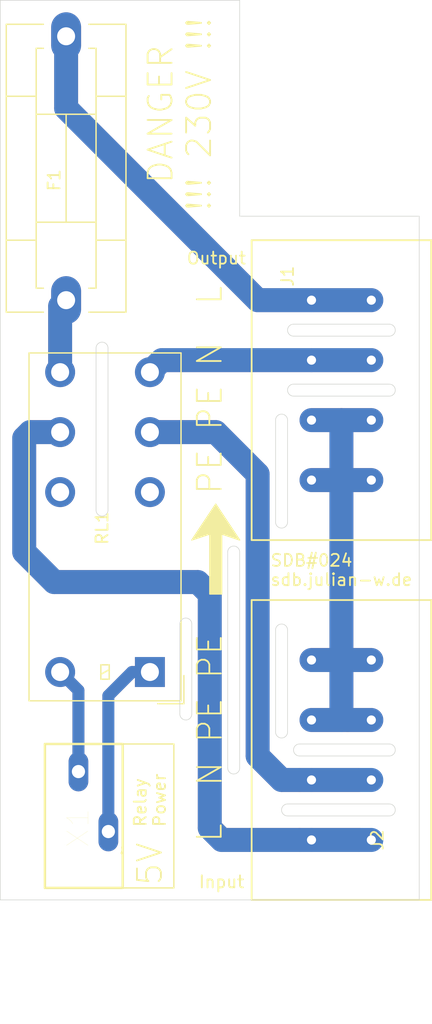
<source format=kicad_pcb>
(kicad_pcb (version 20171130) (host pcbnew "(5.1.9)-1")

  (general
    (thickness 1.6)
    (drawings 57)
    (tracks 78)
    (zones 0)
    (modules 5)
    (nets 9)
  )

  (page A4)
  (layers
    (0 F.Cu signal)
    (31 B.Cu signal)
    (32 B.Adhes user)
    (33 F.Adhes user)
    (34 B.Paste user)
    (35 F.Paste user)
    (36 B.SilkS user)
    (37 F.SilkS user)
    (38 B.Mask user)
    (39 F.Mask user)
    (40 Dwgs.User user)
    (41 Cmts.User user)
    (42 Eco1.User user)
    (43 Eco2.User user)
    (44 Edge.Cuts user)
    (45 Margin user)
    (46 B.CrtYd user)
    (47 F.CrtYd user)
    (48 B.Fab user)
    (49 F.Fab user)
  )

  (setup
    (last_trace_width 1)
    (user_trace_width 1)
    (user_trace_width 1.5)
    (user_trace_width 2)
    (trace_clearance 0.2)
    (zone_clearance 0.508)
    (zone_45_only no)
    (trace_min 0.2)
    (via_size 0.8)
    (via_drill 0.4)
    (via_min_size 0.4)
    (via_min_drill 0.3)
    (uvia_size 0.3)
    (uvia_drill 0.1)
    (uvias_allowed no)
    (uvia_min_size 0.2)
    (uvia_min_drill 0.1)
    (edge_width 0.05)
    (segment_width 0.2)
    (pcb_text_width 0.3)
    (pcb_text_size 1.5 1.5)
    (mod_edge_width 0.12)
    (mod_text_size 1 1)
    (mod_text_width 0.15)
    (pad_size 1.524 1.524)
    (pad_drill 0.762)
    (pad_to_mask_clearance 0)
    (aux_axis_origin 0 0)
    (visible_elements FFFFFF7F)
    (pcbplotparams
      (layerselection 0x010f0_ffffffff)
      (usegerberextensions true)
      (usegerberattributes false)
      (usegerberadvancedattributes false)
      (creategerberjobfile false)
      (excludeedgelayer true)
      (linewidth 0.100000)
      (plotframeref false)
      (viasonmask false)
      (mode 1)
      (useauxorigin false)
      (hpglpennumber 1)
      (hpglpenspeed 20)
      (hpglpendiameter 15.000000)
      (psnegative false)
      (psa4output false)
      (plotreference false)
      (plotvalue false)
      (plotinvisibletext false)
      (padsonsilk false)
      (subtractmaskfromsilk true)
      (outputformat 4)
      (mirror false)
      (drillshape 0)
      (scaleselection 1)
      (outputdirectory ""))
  )

  (net 0 "")
  (net 1 "Net-(F1-Pad2)")
  (net 2 "Net-(F1-Pad1)")
  (net 3 "Net-(RL1-Pad8)")
  (net 4 "Net-(J1-Pad2a)")
  (net 5 "Net-(J2-Pad2a)")
  (net 6 "Net-(RL1-Pad1)")
  (net 7 "Net-(J1-Pad3a)")
  (net 8 "Net-(J2-Pad1a)")

  (net_class Default "This is the default net class."
    (clearance 0.2)
    (trace_width 0.25)
    (via_dia 0.8)
    (via_drill 0.4)
    (uvia_dia 0.3)
    (uvia_drill 0.1)
    (add_net "Net-(F1-Pad1)")
    (add_net "Net-(F1-Pad2)")
    (add_net "Net-(J1-Pad2a)")
    (add_net "Net-(J1-Pad3a)")
    (add_net "Net-(J2-Pad1a)")
    (add_net "Net-(J2-Pad2a)")
    (add_net "Net-(RL1-Pad1)")
    (add_net "Net-(RL1-Pad2)")
    (add_net "Net-(RL1-Pad7)")
    (add_net "Net-(RL1-Pad8)")
  )

  (module 009162006301150:5.00mm-4x2 (layer F.Cu) (tedit 607C0A85) (tstamp 607C483E)
    (at 76 100 270)
    (path /607C411E)
    (fp_text reference J1 (at -2 2 90) (layer F.SilkS)
      (effects (font (size 1 1) (thickness 0.15)))
    )
    (fp_text value Conn_02x04_Row_Letter_Last (at 8 -2 90) (layer F.Fab)
      (effects (font (size 1 1) (thickness 0.15)))
    )
    (fp_line (start 20 5) (end 15 5) (layer F.SilkS) (width 0.15))
    (fp_line (start 20 -10) (end 20 5) (layer F.SilkS) (width 0.15))
    (fp_line (start -5 -10) (end 20 -10) (layer F.SilkS) (width 0.15))
    (fp_line (start -5 5) (end -5 -10) (layer F.SilkS) (width 0.15))
    (fp_line (start 15 5) (end -5 5) (layer F.SilkS) (width 0.15))
    (pad 4b thru_hole circle (at 15 -5 270) (size 1.524 1.524) (drill 0.762) (layers *.Cu *.Mask)
      (net 7 "Net-(J1-Pad3a)"))
    (pad 4a thru_hole circle (at 15 0 270) (size 1.524 1.524) (drill 0.762) (layers *.Cu *.Mask)
      (net 7 "Net-(J1-Pad3a)"))
    (pad 3b thru_hole circle (at 10 -5 270) (size 1.524 1.524) (drill 0.762) (layers *.Cu *.Mask)
      (net 7 "Net-(J1-Pad3a)"))
    (pad 3a thru_hole circle (at 10 0 270) (size 1.524 1.524) (drill 0.762) (layers *.Cu *.Mask)
      (net 7 "Net-(J1-Pad3a)"))
    (pad 2b thru_hole circle (at 5 -5 270) (size 1.524 1.524) (drill 0.762) (layers *.Cu *.Mask)
      (net 4 "Net-(J1-Pad2a)"))
    (pad 2a thru_hole circle (at 5 0 270) (size 1.524 1.524) (drill 0.762) (layers *.Cu *.Mask)
      (net 4 "Net-(J1-Pad2a)"))
    (pad 1b thru_hole circle (at 0 -5 270) (size 1.524 1.524) (drill 0.762) (layers *.Cu *.Mask)
      (net 1 "Net-(F1-Pad2)"))
    (pad 1a thru_hole circle (at 0 0 270) (size 1.524 1.524) (drill 0.762) (layers *.Cu *.Mask)
      (net 1 "Net-(F1-Pad2)"))
  )

  (module 009162006301150:5.00mm-4x2 locked (layer F.Cu) (tedit 607C0A85) (tstamp 607C484F)
    (at 81 145 90)
    (path /607C5B42)
    (fp_text reference J2 (at 0 0.5 90) (layer F.SilkS)
      (effects (font (size 1 1) (thickness 0.15)))
    )
    (fp_text value Conn_02x04_Row_Letter_Last (at 0 -0.5 90) (layer F.Fab)
      (effects (font (size 1 1) (thickness 0.15)))
    )
    (fp_line (start 20 5) (end 15 5) (layer F.SilkS) (width 0.15))
    (fp_line (start 20 -10) (end 20 5) (layer F.SilkS) (width 0.15))
    (fp_line (start -5 -10) (end 20 -10) (layer F.SilkS) (width 0.15))
    (fp_line (start -5 5) (end -5 -10) (layer F.SilkS) (width 0.15))
    (fp_line (start 15 5) (end -5 5) (layer F.SilkS) (width 0.15))
    (pad 4b thru_hole circle (at 15 -5 90) (size 1.524 1.524) (drill 0.762) (layers *.Cu *.Mask)
      (net 7 "Net-(J1-Pad3a)"))
    (pad 4a thru_hole circle (at 15 0 90) (size 1.524 1.524) (drill 0.762) (layers *.Cu *.Mask)
      (net 7 "Net-(J1-Pad3a)"))
    (pad 3b thru_hole circle (at 10 -5 90) (size 1.524 1.524) (drill 0.762) (layers *.Cu *.Mask)
      (net 7 "Net-(J1-Pad3a)"))
    (pad 3a thru_hole circle (at 10 0 90) (size 1.524 1.524) (drill 0.762) (layers *.Cu *.Mask)
      (net 7 "Net-(J1-Pad3a)"))
    (pad 2b thru_hole circle (at 5 -5 90) (size 1.524 1.524) (drill 0.762) (layers *.Cu *.Mask)
      (net 5 "Net-(J2-Pad2a)"))
    (pad 2a thru_hole circle (at 5 0 90) (size 1.524 1.524) (drill 0.762) (layers *.Cu *.Mask)
      (net 5 "Net-(J2-Pad2a)"))
    (pad 1b thru_hole circle (at 0 -5 90) (size 1.524 1.524) (drill 0.762) (layers *.Cu *.Mask)
      (net 8 "Net-(J2-Pad1a)"))
    (pad 1a thru_hole circle (at 0 0 90) (size 1.524 1.524) (drill 0.762) (layers *.Cu *.Mask)
      (net 8 "Net-(J2-Pad1a)"))
  )

  (module P-250-402:P-250-402 (layer F.Cu) (tedit 607C06A9) (tstamp 607C4BCC)
    (at 57 143 270)
    (path /607C50CF)
    (fp_text reference X1 (at 1 0.5 90) (layer F.SilkS)
      (effects (font (size 1.790764 1.790764) (thickness 0.015)))
    )
    (fp_text value 250-402_000-012 (at 4.415045 5.436485 90) (layer F.Fab)
      (effects (font (size 1.787425 1.787425) (thickness 0.015)))
    )
    (fp_arc (start 0.3 0.5214) (end 0.3 1.6714) (angle 180) (layer F.Fab) (width 0.01))
    (fp_arc (start 0.3 -1.9786) (end 0.3 -0.8286) (angle 180) (layer F.Fab) (width 0.01))
    (fp_arc (start 0.3 -1.9786) (end 0.3 -1.1286) (angle 180) (layer F.Fab) (width 0.01))
    (fp_line (start 2.0929 -1.1126) (end 2.1321 -1.0806) (layer F.Fab) (width 0.01))
    (fp_line (start 2.1321 -2.8766) (end 2.0929 -2.8446) (layer F.Fab) (width 0.01))
    (fp_line (start 2.0929 -0.9786) (end 2.4464 -0.9786) (layer F.Fab) (width 0.01))
    (fp_line (start 2.4464 -2.9786) (end 2.0929 -2.9786) (layer F.Fab) (width 0.01))
    (fp_line (start 2.0929 1.3874) (end 2.1321 1.4194) (layer F.Fab) (width 0.01))
    (fp_line (start 2.1321 -0.3766) (end 2.0929 -0.3446) (layer F.Fab) (width 0.01))
    (fp_line (start 2.0929 1.5214) (end 2.4464 1.5214) (layer F.Fab) (width 0.01))
    (fp_line (start 2.4464 -0.4786) (end 2.0929 -0.4786) (layer F.Fab) (width 0.01))
    (fp_line (start -5.2826 -3.2286) (end -5.2826 3.2714) (layer F.Fab) (width 0.01))
    (fp_line (start -6 -3.2286) (end -6 3.2714) (layer F.SilkS) (width 0.2))
    (fp_line (start -5.85 -3.2286) (end -5.85 3.2714) (layer F.Fab) (width 0.01))
    (fp_line (start -5.8 -3.2286) (end -5.8 -1.7286) (layer F.Fab) (width 0.01))
    (fp_line (start 5.8 -3.2286) (end 5.8 -1.7286) (layer F.Fab) (width 0.01))
    (fp_line (start -5.2 -3.2286) (end -5.2 -1.7286) (layer F.Fab) (width 0.01))
    (fp_line (start 5.2 -1.7286) (end 6 -1.7286) (layer F.Fab) (width 0.01))
    (fp_line (start -6 -1.7286) (end -5.2 -1.7286) (layer F.Fab) (width 0.01))
    (fp_line (start 5.2 -3.2286) (end 5.2 -1.7286) (layer F.Fab) (width 0.01))
    (fp_line (start 6 -3.2286) (end 6 3.2714) (layer F.SilkS) (width 0.2))
    (fp_line (start 6 -0.7286) (end 5.8 -0.7286) (layer F.Fab) (width 0.01))
    (fp_line (start 5.8 -0.7286) (end 5.2 -0.7286) (layer F.Fab) (width 0.01))
    (fp_line (start -5.8 -0.7286) (end -5.8 0.7714) (layer F.Fab) (width 0.01))
    (fp_line (start 5.8 -0.7286) (end 5.8 0.7714) (layer F.Fab) (width 0.01))
    (fp_line (start -5.2 -0.7286) (end -5.2 0.7714) (layer F.Fab) (width 0.01))
    (fp_line (start 5.2 0.7714) (end 6 0.7714) (layer F.Fab) (width 0.01))
    (fp_line (start -6 0.7714) (end -5.2 0.7714) (layer F.Fab) (width 0.01))
    (fp_line (start -5.2 -0.7286) (end -6 -0.7286) (layer F.Fab) (width 0.01))
    (fp_line (start 5.2 -0.7286) (end 5.2 0.7714) (layer F.Fab) (width 0.01))
    (fp_line (start -6 3.2714) (end 6 3.2714) (layer F.SilkS) (width 0.2))
    (fp_line (start -5.8 1.7714) (end -5.8 3.2714) (layer F.Fab) (width 0.01))
    (fp_line (start -5.2 1.7714) (end -5.2 3.2714) (layer F.Fab) (width 0.01))
    (fp_line (start 5.2 1.7714) (end 5.2 3.2714) (layer F.Fab) (width 0.01))
    (fp_line (start 5.8 1.7714) (end 5.8 3.2714) (layer F.Fab) (width 0.01))
    (fp_line (start -5.2 1.7714) (end -6 1.7714) (layer F.Fab) (width 0.01))
    (fp_line (start 6 1.7714) (end 5.2 1.7714) (layer F.Fab) (width 0.01))
    (fp_line (start -4.8128 -3.2286) (end -4.8128 3.2714) (layer F.Fab) (width 0.01))
    (fp_line (start 1.8219 -1.055) (end 1.7204 -1.1286) (layer F.Fab) (width 0.01))
    (fp_line (start 1.9304 -1.0054) (end 1.8219 -1.055) (layer F.Fab) (width 0.01))
    (fp_line (start 2.0431 -0.9811) (end 1.9304 -1.0054) (layer F.Fab) (width 0.01))
    (fp_line (start 2.1571 -0.9827) (end 2.0431 -0.9811) (layer F.Fab) (width 0.01))
    (fp_line (start 2.2695 -1.0103) (end 2.1571 -0.9827) (layer F.Fab) (width 0.01))
    (fp_line (start 2.3946 -1.0742) (end 2.2695 -1.0103) (layer F.Fab) (width 0.01))
    (fp_line (start 2.509 -1.17) (end 2.3946 -1.0742) (layer F.Fab) (width 0.01))
    (fp_line (start 2.6087 -1.2945) (end 2.509 -1.17) (layer F.Fab) (width 0.01))
    (fp_line (start 2.6901 -1.4432) (end 2.6087 -1.2945) (layer F.Fab) (width 0.01))
    (fp_line (start 2.7504 -1.6108) (end 2.6901 -1.4432) (layer F.Fab) (width 0.01))
    (fp_line (start 2.7875 -1.7914) (end 2.7504 -1.6108) (layer F.Fab) (width 0.01))
    (fp_line (start 2.8 -1.9786) (end 2.7875 -1.7914) (layer F.Fab) (width 0.01))
    (fp_line (start 2.7875 -2.1658) (end 2.8 -1.9786) (layer F.Fab) (width 0.01))
    (fp_line (start 2.7504 -2.3464) (end 2.7875 -2.1658) (layer F.Fab) (width 0.01))
    (fp_line (start 2.6901 -2.514) (end 2.7504 -2.3464) (layer F.Fab) (width 0.01))
    (fp_line (start 2.6087 -2.6627) (end 2.6901 -2.514) (layer F.Fab) (width 0.01))
    (fp_line (start 2.509 -2.7872) (end 2.6087 -2.6627) (layer F.Fab) (width 0.01))
    (fp_line (start 2.3946 -2.883) (end 2.509 -2.7872) (layer F.Fab) (width 0.01))
    (fp_line (start 2.2695 -2.9469) (end 2.3946 -2.883) (layer F.Fab) (width 0.01))
    (fp_line (start 2.1571 -2.9745) (end 2.2695 -2.9469) (layer F.Fab) (width 0.01))
    (fp_line (start 2.0431 -2.9761) (end 2.1571 -2.9745) (layer F.Fab) (width 0.01))
    (fp_line (start 1.9304 -2.9518) (end 2.0431 -2.9761) (layer F.Fab) (width 0.01))
    (fp_line (start 1.8219 -2.9022) (end 1.9304 -2.9518) (layer F.Fab) (width 0.01))
    (fp_line (start 1.7204 -2.8286) (end 1.8219 -2.9022) (layer F.Fab) (width 0.01))
    (fp_line (start 2.0855 -1.119) (end 2.104 -1.1037) (layer F.Fab) (width 0.01))
    (fp_line (start 2.2262 -1.0283) (end 2.104 -1.1037) (layer F.Fab) (width 0.01))
    (fp_line (start 2.3562 -0.9868) (end 2.2262 -1.0283) (layer F.Fab) (width 0.01))
    (fp_line (start 2.4894 -0.9804) (end 2.3562 -0.9868) (layer F.Fab) (width 0.01))
    (fp_line (start 2.6211 -1.0096) (end 2.4894 -0.9804) (layer F.Fab) (width 0.01))
    (fp_line (start 2.7465 -1.0731) (end 2.6211 -1.0096) (layer F.Fab) (width 0.01))
    (fp_line (start 2.8613 -1.1688) (end 2.7465 -1.0731) (layer F.Fab) (width 0.01))
    (fp_line (start 2.9614 -1.2933) (end 2.8613 -1.1688) (layer F.Fab) (width 0.01))
    (fp_line (start 3.0432 -1.4421) (end 2.9614 -1.2933) (layer F.Fab) (width 0.01))
    (fp_line (start 3.1038 -1.61) (end 3.0432 -1.4421) (layer F.Fab) (width 0.01))
    (fp_line (start 3.141 -1.791) (end 3.1038 -1.61) (layer F.Fab) (width 0.01))
    (fp_line (start 3.1536 -1.9786) (end 3.141 -1.791) (layer F.Fab) (width 0.01))
    (fp_line (start 3.141 -2.1662) (end 3.1536 -1.9786) (layer F.Fab) (width 0.01))
    (fp_line (start 3.1038 -2.3472) (end 3.141 -2.1662) (layer F.Fab) (width 0.01))
    (fp_line (start 3.0432 -2.5151) (end 3.1038 -2.3472) (layer F.Fab) (width 0.01))
    (fp_line (start 2.9614 -2.6639) (end 3.0432 -2.5151) (layer F.Fab) (width 0.01))
    (fp_line (start 2.8613 -2.7884) (end 2.9614 -2.6639) (layer F.Fab) (width 0.01))
    (fp_line (start 2.7465 -2.8841) (end 2.8613 -2.7884) (layer F.Fab) (width 0.01))
    (fp_line (start 2.6211 -2.9476) (end 2.7465 -2.8841) (layer F.Fab) (width 0.01))
    (fp_line (start 2.4894 -2.9768) (end 2.6211 -2.9476) (layer F.Fab) (width 0.01))
    (fp_line (start 2.3562 -2.9704) (end 2.4894 -2.9768) (layer F.Fab) (width 0.01))
    (fp_line (start 2.2262 -2.9289) (end 2.3562 -2.9704) (layer F.Fab) (width 0.01))
    (fp_line (start 2.104 -2.8535) (end 2.2262 -2.9289) (layer F.Fab) (width 0.01))
    (fp_line (start 2.104 -2.8535) (end 2.0855 -2.8382) (layer F.Fab) (width 0.01))
    (fp_line (start 1.0929 -0.8286) (end 0.3 -0.8286) (layer F.Fab) (width 0.01))
    (fp_line (start 0.3 -0.8286) (end 0.3 -1.1286) (layer F.Fab) (width 0.01))
    (fp_line (start 2.6116 -0.7573) (end 2.4536 -0.8286) (layer F.Fab) (width 0.01))
    (fp_line (start 2.7763 -0.729) (end 2.6116 -0.7573) (layer F.Fab) (width 0.01))
    (fp_line (start 2.9418 -0.7448) (end 2.7763 -0.729) (layer F.Fab) (width 0.01))
    (fp_line (start 3.1023 -0.804) (end 2.9418 -0.7448) (layer F.Fab) (width 0.01))
    (fp_line (start 3.2522 -0.9046) (end 3.1023 -0.804) (layer F.Fab) (width 0.01))
    (fp_line (start 3.3861 -1.043) (end 3.2522 -0.9046) (layer F.Fab) (width 0.01))
    (fp_line (start 3.4994 -1.2143) (end 3.3861 -1.043) (layer F.Fab) (width 0.01))
    (fp_line (start 3.5881 -1.4126) (end 3.4994 -1.2143) (layer F.Fab) (width 0.01))
    (fp_line (start 3.649 -1.6308) (end 3.5881 -1.4126) (layer F.Fab) (width 0.01))
    (fp_line (start 3.68 -1.8613) (end 3.649 -1.6308) (layer F.Fab) (width 0.01))
    (fp_line (start 3.68 -2.0959) (end 3.68 -1.8613) (layer F.Fab) (width 0.01))
    (fp_line (start 3.649 -2.3264) (end 3.68 -2.0959) (layer F.Fab) (width 0.01))
    (fp_line (start 3.5881 -2.5446) (end 3.649 -2.3264) (layer F.Fab) (width 0.01))
    (fp_line (start 3.4994 -2.7429) (end 3.5881 -2.5446) (layer F.Fab) (width 0.01))
    (fp_line (start 3.3861 -2.9142) (end 3.4994 -2.7429) (layer F.Fab) (width 0.01))
    (fp_line (start 3.2522 -3.0526) (end 3.3861 -2.9142) (layer F.Fab) (width 0.01))
    (fp_line (start 3.1023 -3.1532) (end 3.2522 -3.0526) (layer F.Fab) (width 0.01))
    (fp_line (start 2.9418 -3.2124) (end 3.1023 -3.1532) (layer F.SilkS) (width 0.2))
    (fp_line (start 2.7763 -3.2282) (end 2.9418 -3.2124) (layer F.SilkS) (width 0.2))
    (fp_line (start 2.6116 -3.1999) (end 2.7763 -3.2282) (layer F.SilkS) (width 0.2))
    (fp_line (start 2.4536 -3.1286) (end 2.6116 -3.1999) (layer F.Fab) (width 0.01))
    (fp_line (start 2.6116 1.7427) (end 2.4536 1.6714) (layer F.Fab) (width 0.01))
    (fp_line (start 2.7763 1.771) (end 2.6116 1.7427) (layer F.Fab) (width 0.01))
    (fp_line (start 2.9418 1.7552) (end 2.7763 1.771) (layer F.Fab) (width 0.01))
    (fp_line (start 3.1023 1.696) (end 2.9418 1.7552) (layer F.Fab) (width 0.01))
    (fp_line (start 3.2522 1.5954) (end 3.1023 1.696) (layer F.Fab) (width 0.01))
    (fp_line (start 3.3861 1.457) (end 3.2522 1.5954) (layer F.Fab) (width 0.01))
    (fp_line (start 3.4994 1.2857) (end 3.3861 1.457) (layer F.Fab) (width 0.01))
    (fp_line (start 3.5881 1.0874) (end 3.4994 1.2857) (layer F.Fab) (width 0.01))
    (fp_line (start 3.649 0.8692) (end 3.5881 1.0874) (layer F.Fab) (width 0.01))
    (fp_line (start 3.68 0.6387) (end 3.649 0.8692) (layer F.Fab) (width 0.01))
    (fp_line (start 3.68 0.4041) (end 3.68 0.6387) (layer F.Fab) (width 0.01))
    (fp_line (start 3.649 0.1736) (end 3.68 0.4041) (layer F.Fab) (width 0.01))
    (fp_line (start 3.5881 -0.0446) (end 3.649 0.1736) (layer F.Fab) (width 0.01))
    (fp_line (start 3.4994 -0.2429) (end 3.5881 -0.0446) (layer F.Fab) (width 0.01))
    (fp_line (start 3.3861 -0.4142) (end 3.4994 -0.2429) (layer F.Fab) (width 0.01))
    (fp_line (start 3.2522 -0.5526) (end 3.3861 -0.4142) (layer F.Fab) (width 0.01))
    (fp_line (start 3.1023 -0.6532) (end 3.2522 -0.5526) (layer F.Fab) (width 0.01))
    (fp_line (start 2.9418 -0.7124) (end 3.1023 -0.6532) (layer F.Fab) (width 0.01))
    (fp_line (start 2.7763 -0.7282) (end 2.9418 -0.7124) (layer F.Fab) (width 0.01))
    (fp_line (start 2.6116 -0.6999) (end 2.7763 -0.7282) (layer F.Fab) (width 0.01))
    (fp_line (start 2.4536 -0.6286) (end 2.6116 -0.6999) (layer F.Fab) (width 0.01))
    (fp_line (start 5.8536 -3.2286) (end 5.8536 3.2714) (layer F.Fab) (width 0.01))
    (fp_line (start 1.4464 1.6714) (end 1.4464 3.2714) (layer F.Fab) (width 0.01))
    (fp_line (start 1.0929 1.6714) (end 1.0929 3.2714) (layer F.Fab) (width 0.01))
    (fp_line (start 1.8219 1.445) (end 1.7204 1.3714) (layer F.Fab) (width 0.01))
    (fp_line (start 1.9304 1.4946) (end 1.8219 1.445) (layer F.Fab) (width 0.01))
    (fp_line (start 2.0431 1.5189) (end 1.9304 1.4946) (layer F.Fab) (width 0.01))
    (fp_line (start 2.1571 1.5173) (end 2.0431 1.5189) (layer F.Fab) (width 0.01))
    (fp_line (start 2.2695 1.4897) (end 2.1571 1.5173) (layer F.Fab) (width 0.01))
    (fp_line (start 2.3946 1.4258) (end 2.2695 1.4897) (layer F.Fab) (width 0.01))
    (fp_line (start 2.509 1.33) (end 2.3946 1.4258) (layer F.Fab) (width 0.01))
    (fp_line (start 2.6087 1.2055) (end 2.509 1.33) (layer F.Fab) (width 0.01))
    (fp_line (start 2.6901 1.0568) (end 2.6087 1.2055) (layer F.Fab) (width 0.01))
    (fp_line (start 2.7504 0.8892) (end 2.6901 1.0568) (layer F.Fab) (width 0.01))
    (fp_line (start 2.7875 0.7086) (end 2.7504 0.8892) (layer F.Fab) (width 0.01))
    (fp_line (start 2.8 0.5214) (end 2.7875 0.7086) (layer F.Fab) (width 0.01))
    (fp_line (start 2.7875 0.3342) (end 2.8 0.5214) (layer F.Fab) (width 0.01))
    (fp_line (start 2.7504 0.1536) (end 2.7875 0.3342) (layer F.Fab) (width 0.01))
    (fp_line (start 2.6901 -0.014) (end 2.7504 0.1536) (layer F.Fab) (width 0.01))
    (fp_line (start 2.6087 -0.1627) (end 2.6901 -0.014) (layer F.Fab) (width 0.01))
    (fp_line (start 2.509 -0.2872) (end 2.6087 -0.1627) (layer F.Fab) (width 0.01))
    (fp_line (start 2.3946 -0.383) (end 2.509 -0.2872) (layer F.Fab) (width 0.01))
    (fp_line (start 2.2695 -0.4469) (end 2.3946 -0.383) (layer F.Fab) (width 0.01))
    (fp_line (start 2.1571 -0.4745) (end 2.2695 -0.4469) (layer F.Fab) (width 0.01))
    (fp_line (start 2.0431 -0.4761) (end 2.1571 -0.4745) (layer F.Fab) (width 0.01))
    (fp_line (start 1.9304 -0.4518) (end 2.0431 -0.4761) (layer F.Fab) (width 0.01))
    (fp_line (start 1.8219 -0.4022) (end 1.9304 -0.4518) (layer F.Fab) (width 0.01))
    (fp_line (start 1.7204 -0.3286) (end 1.8219 -0.4022) (layer F.Fab) (width 0.01))
    (fp_line (start 2.0855 1.381) (end 2.104 1.3963) (layer F.Fab) (width 0.01))
    (fp_line (start 2.2262 1.4717) (end 2.104 1.3963) (layer F.Fab) (width 0.01))
    (fp_line (start 2.3562 1.5132) (end 2.2262 1.4717) (layer F.Fab) (width 0.01))
    (fp_line (start 2.4894 1.5196) (end 2.3562 1.5132) (layer F.Fab) (width 0.01))
    (fp_line (start 2.6211 1.4904) (end 2.4894 1.5196) (layer F.Fab) (width 0.01))
    (fp_line (start 2.7465 1.4269) (end 2.6211 1.4904) (layer F.Fab) (width 0.01))
    (fp_line (start 2.8613 1.3312) (end 2.7465 1.4269) (layer F.Fab) (width 0.01))
    (fp_line (start 2.9614 1.2067) (end 2.8613 1.3312) (layer F.Fab) (width 0.01))
    (fp_line (start 3.0432 1.0579) (end 2.9614 1.2067) (layer F.Fab) (width 0.01))
    (fp_line (start 3.1038 0.89) (end 3.0432 1.0579) (layer F.Fab) (width 0.01))
    (fp_line (start 3.141 0.709) (end 3.1038 0.89) (layer F.Fab) (width 0.01))
    (fp_line (start 3.1536 0.5214) (end 3.141 0.709) (layer F.Fab) (width 0.01))
    (fp_line (start 3.141 0.3338) (end 3.1536 0.5214) (layer F.Fab) (width 0.01))
    (fp_line (start 3.1038 0.1528) (end 3.141 0.3338) (layer F.Fab) (width 0.01))
    (fp_line (start 3.0432 -0.0151) (end 3.1038 0.1528) (layer F.Fab) (width 0.01))
    (fp_line (start 2.9614 -0.1639) (end 3.0432 -0.0151) (layer F.Fab) (width 0.01))
    (fp_line (start 2.8613 -0.2884) (end 2.9614 -0.1639) (layer F.Fab) (width 0.01))
    (fp_line (start 2.7465 -0.3841) (end 2.8613 -0.2884) (layer F.Fab) (width 0.01))
    (fp_line (start 2.6211 -0.4476) (end 2.7465 -0.3841) (layer F.Fab) (width 0.01))
    (fp_line (start 2.4894 -0.4768) (end 2.6211 -0.4476) (layer F.Fab) (width 0.01))
    (fp_line (start 2.3562 -0.4704) (end 2.4894 -0.4768) (layer F.Fab) (width 0.01))
    (fp_line (start 2.2262 -0.4289) (end 2.3562 -0.4704) (layer F.Fab) (width 0.01))
    (fp_line (start 2.104 -0.3535) (end 2.2262 -0.4289) (layer F.Fab) (width 0.01))
    (fp_line (start 2.104 -0.3535) (end 2.0855 -0.3382) (layer F.Fab) (width 0.01))
    (fp_line (start 1.2792 1.6498) (end 1.2842 1.6486) (layer F.Fab) (width 0.01))
    (fp_line (start 1.269 1.6522) (end 1.2792 1.6498) (layer F.Fab) (width 0.01))
    (fp_line (start 1.2588 1.6544) (end 1.269 1.6522) (layer F.Fab) (width 0.01))
    (fp_line (start 1.2536 1.6555) (end 1.2588 1.6544) (layer F.Fab) (width 0.01))
    (fp_line (start 1.238 1.6585) (end 1.2536 1.6555) (layer F.Fab) (width 0.01))
    (fp_line (start 1.2276 1.6603) (end 1.238 1.6585) (layer F.Fab) (width 0.01))
    (fp_line (start 1.217 1.662) (end 1.2276 1.6603) (layer F.Fab) (width 0.01))
    (fp_line (start 1.2064 1.6636) (end 1.217 1.662) (layer F.Fab) (width 0.01))
    (fp_line (start 1.1958 1.665) (end 1.2064 1.6636) (layer F.Fab) (width 0.01))
    (fp_line (start 1.1904 1.6656) (end 1.1958 1.665) (layer F.Fab) (width 0.01))
    (fp_line (start 1.1851 1.6663) (end 1.1904 1.6656) (layer F.Fab) (width 0.01))
    (fp_line (start 1.1743 1.6674) (end 1.1851 1.6663) (layer F.Fab) (width 0.01))
    (fp_line (start 1.1636 1.6684) (end 1.1743 1.6674) (layer F.Fab) (width 0.01))
    (fp_line (start 1.1527 1.6692) (end 1.1636 1.6684) (layer F.Fab) (width 0.01))
    (fp_line (start 1.1419 1.67) (end 1.1527 1.6692) (layer F.Fab) (width 0.01))
    (fp_line (start 1.131 1.6705) (end 1.1419 1.67) (layer F.Fab) (width 0.01))
    (fp_line (start 1.1256 1.6708) (end 1.131 1.6705) (layer F.Fab) (width 0.01))
    (fp_line (start 1.1202 1.671) (end 1.1256 1.6708) (layer F.Fab) (width 0.01))
    (fp_line (start 1.1093 1.6712) (end 1.1202 1.671) (layer F.Fab) (width 0.01))
    (fp_line (start 1.0983 1.6714) (end 1.1093 1.6712) (layer F.Fab) (width 0.01))
    (fp_line (start 1.0929 1.6714) (end 1.0983 1.6714) (layer F.Fab) (width 0.01))
    (fp_line (start 1.0929 1.6714) (end 0.3 1.6714) (layer F.Fab) (width 0.01))
    (fp_line (start 0.3 1.3714) (end 0.3 1.6714) (layer F.Fab) (width 0.01))
    (fp_line (start 1.3858 -1.1286) (end 1.3858 -2.8286) (layer F.Fab) (width 0.01))
    (fp_line (start 1.3858 1.3714) (end 1.3858 -0.3286) (layer F.Fab) (width 0.01))
    (fp_line (start 1.1 -2.4036) (end 1.1 -1.6536) (layer F.Fab) (width 0.01))
    (fp_line (start 1.5 -2.4036) (end 1.1 -2.4036) (layer F.Fab) (width 0.01))
    (fp_line (start 1.1 -1.6536) (end 1.5 -1.6536) (layer F.Fab) (width 0.01))
    (fp_line (start 1.5 -1.6536) (end 1.5 -2.4036) (layer F.Fab) (width 0.01))
    (fp_line (start -3.9 0.0964) (end -3.9 0.8464) (layer F.Fab) (width 0.01))
    (fp_line (start -3.5 0.0964) (end -3.9 0.0964) (layer F.Fab) (width 0.01))
    (fp_line (start -3.5 0.8464) (end -3.9 0.8464) (layer F.Fab) (width 0.01))
    (fp_line (start -3.4 -1.8394) (end -3.4 -2.4286) (layer F.Fab) (width 0.01))
    (fp_line (start -1.6 -1.8394) (end -1.6 -2.4286) (layer F.Fab) (width 0.01))
    (fp_line (start -1.2 -2.4286) (end -3.5 -2.4286) (layer F.Fab) (width 0.01))
    (fp_line (start -3.5 -2.4286) (end -3.8 -2.4286) (layer F.Fab) (width 0.01))
    (fp_line (start -3.8 -2.4286) (end -4 -2.4286) (layer F.Fab) (width 0.01))
    (fp_line (start -3.5 -0.7286) (end -3.5 -2.4286) (layer F.Fab) (width 0.01))
    (fp_line (start -3.8 -0.7286) (end -3.8 -2.4286) (layer F.Fab) (width 0.01))
    (fp_line (start -3.4 0.6606) (end -3.4 0.0714) (layer F.Fab) (width 0.01))
    (fp_line (start -1.6 0.6606) (end -1.6 0.0714) (layer F.Fab) (width 0.01))
    (fp_line (start -1.2 0.0714) (end -3.5 0.0714) (layer F.Fab) (width 0.01))
    (fp_line (start -3.5 0.0714) (end -3.8 0.0714) (layer F.Fab) (width 0.01))
    (fp_line (start -3.8 0.0714) (end -4 0.0714) (layer F.Fab) (width 0.01))
    (fp_line (start -3.5 1.7714) (end -3.5 0.0714) (layer F.Fab) (width 0.01))
    (fp_line (start -3.8 1.7714) (end -3.8 0.0714) (layer F.Fab) (width 0.01))
    (fp_line (start -4 -0.7286) (end -4 -1.4786) (layer F.Fab) (width 0.01))
    (fp_line (start -4 -1.4786) (end -4 -1.6786) (layer F.Fab) (width 0.01))
    (fp_line (start -4 -1.6786) (end -4 -2.4286) (layer F.Fab) (width 0.01))
    (fp_line (start -3.4 -0.7286) (end -3.4 -1.3178) (layer F.Fab) (width 0.01))
    (fp_line (start -1.2 -0.7286) (end -1.6 -0.7286) (layer F.Fab) (width 0.01))
    (fp_line (start -1.6 -0.7286) (end -4 -0.7286) (layer F.Fab) (width 0.01))
    (fp_line (start -1.6 -0.7286) (end -1.6 -1.3178) (layer F.Fab) (width 0.01))
    (fp_line (start -1.2 -1.733) (end -1.2 -2.4286) (layer F.Fab) (width 0.01))
    (fp_line (start -4 -1.6786) (end -3.4 -1.8394) (layer F.Fab) (width 0.01))
    (fp_line (start -3.4 -1.8394) (end -1.6 -1.8394) (layer F.Fab) (width 0.01))
    (fp_line (start -1.5971 -1.8394) (end -1.6 -1.8394) (layer F.Fab) (width 0.01))
    (fp_line (start -1.5913 -1.8393) (end -1.5971 -1.8394) (layer F.Fab) (width 0.01))
    (fp_line (start -1.5826 -1.8393) (end -1.5913 -1.8393) (layer F.Fab) (width 0.01))
    (fp_line (start -1.5796 -1.8392) (end -1.5826 -1.8393) (layer F.Fab) (width 0.01))
    (fp_line (start -1.5622 -1.8389) (end -1.5796 -1.8392) (layer F.Fab) (width 0.01))
    (fp_line (start -1.5565 -1.8387) (end -1.5622 -1.8389) (layer F.Fab) (width 0.01))
    (fp_line (start -1.5507 -1.8386) (end -1.5565 -1.8387) (layer F.Fab) (width 0.01))
    (fp_line (start -1.5478 -1.8385) (end -1.5507 -1.8386) (layer F.Fab) (width 0.01))
    (fp_line (start -1.5449 -1.8383) (end -1.5478 -1.8385) (layer F.Fab) (width 0.01))
    (fp_line (start -1.5392 -1.8381) (end -1.5449 -1.8383) (layer F.Fab) (width 0.01))
    (fp_line (start -1.5334 -1.8379) (end -1.5392 -1.8381) (layer F.Fab) (width 0.01))
    (fp_line (start -1.5163 -1.837) (end -1.5334 -1.8379) (layer F.Fab) (width 0.01))
    (fp_line (start -1.5134 -1.8368) (end -1.5163 -1.837) (layer F.Fab) (width 0.01))
    (fp_line (start -1.5106 -1.8367) (end -1.5134 -1.8368) (layer F.Fab) (width 0.01))
    (fp_line (start -1.5049 -1.8363) (end -1.5106 -1.8367) (layer F.Fab) (width 0.01))
    (fp_line (start -1.4881 -1.8351) (end -1.5049 -1.8363) (layer F.Fab) (width 0.01))
    (fp_line (start -1.4825 -1.8346) (end -1.4881 -1.8351) (layer F.Fab) (width 0.01))
    (fp_line (start -1.4769 -1.8342) (end -1.4825 -1.8346) (layer F.Fab) (width 0.01))
    (fp_line (start -1.4659 -1.8332) (end -1.4769 -1.8342) (layer F.Fab) (width 0.01))
    (fp_line (start -1.4605 -1.8326) (end -1.4659 -1.8332) (layer F.Fab) (width 0.01))
    (fp_line (start -1.455 -1.8321) (end -1.4605 -1.8326) (layer F.Fab) (width 0.01))
    (fp_line (start -1.4442 -1.8309) (end -1.455 -1.8321) (layer F.Fab) (width 0.01))
    (fp_line (start -1.4336 -1.8297) (end -1.4442 -1.8309) (layer F.Fab) (width 0.01))
    (fp_line (start -1.4283 -1.829) (end -1.4336 -1.8297) (layer F.Fab) (width 0.01))
    (fp_line (start -1.4179 -1.8276) (end -1.4283 -1.829) (layer F.Fab) (width 0.01))
    (fp_line (start -1.4153 -1.8273) (end -1.4179 -1.8276) (layer F.Fab) (width 0.01))
    (fp_line (start -1.4127 -1.8269) (end -1.4153 -1.8273) (layer F.Fab) (width 0.01))
    (fp_line (start -1.4076 -1.8262) (end -1.4127 -1.8269) (layer F.Fab) (width 0.01))
    (fp_line (start -1.4025 -1.8254) (end -1.4076 -1.8262) (layer F.Fab) (width 0.01))
    (fp_line (start -1.3875 -1.823) (end -1.4025 -1.8254) (layer F.Fab) (width 0.01))
    (fp_line (start -1.3851 -1.8226) (end -1.3875 -1.823) (layer F.Fab) (width 0.01))
    (fp_line (start -1.3826 -1.8222) (end -1.3851 -1.8226) (layer F.Fab) (width 0.01))
    (fp_line (start -1.3682 -1.8195) (end -1.3826 -1.8222) (layer F.Fab) (width 0.01))
    (fp_line (start -1.3588 -1.8177) (end -1.3682 -1.8195) (layer F.Fab) (width 0.01))
    (fp_line (start -1.3542 -1.8167) (end -1.3588 -1.8177) (layer F.Fab) (width 0.01))
    (fp_line (start -1.3496 -1.8158) (end -1.3542 -1.8167) (layer F.Fab) (width 0.01))
    (fp_line (start -1.3451 -1.8148) (end -1.3496 -1.8158) (layer F.Fab) (width 0.01))
    (fp_line (start -1.3363 -1.8128) (end -1.3451 -1.8148) (layer F.Fab) (width 0.01))
    (fp_line (start -1.3319 -1.8117) (end -1.3363 -1.8128) (layer F.Fab) (width 0.01))
    (fp_line (start -1.3298 -1.8112) (end -1.3319 -1.8117) (layer F.Fab) (width 0.01))
    (fp_line (start -1.3276 -1.8107) (end -1.3298 -1.8112) (layer F.Fab) (width 0.01))
    (fp_line (start -1.3192 -1.8085) (end -1.3276 -1.8107) (layer F.Fab) (width 0.01))
    (fp_line (start -1.3172 -1.808) (end -1.3192 -1.8085) (layer F.Fab) (width 0.01))
    (fp_line (start -1.3151 -1.8074) (end -1.3172 -1.808) (layer F.Fab) (width 0.01))
    (fp_line (start -1.3071 -1.8052) (end -1.3151 -1.8074) (layer F.Fab) (width 0.01))
    (fp_line (start -1.3031 -1.804) (end -1.3071 -1.8052) (layer F.Fab) (width 0.01))
    (fp_line (start -1.2993 -1.8029) (end -1.3031 -1.804) (layer F.Fab) (width 0.01))
    (fp_line (start -1.2917 -1.8005) (end -1.2993 -1.8029) (layer F.Fab) (width 0.01))
    (fp_line (start -1.288 -1.7993) (end -1.2917 -1.8005) (layer F.Fab) (width 0.01))
    (fp_line (start -1.2844 -1.7981) (end -1.288 -1.7993) (layer F.Fab) (width 0.01))
    (fp_line (start -1.2827 -1.7974) (end -1.2844 -1.7981) (layer F.Fab) (width 0.01))
    (fp_line (start -1.2809 -1.7968) (end -1.2827 -1.7974) (layer F.Fab) (width 0.01))
    (fp_line (start -1.2774 -1.7956) (end -1.2809 -1.7968) (layer F.Fab) (width 0.01))
    (fp_line (start -1.274 -1.7943) (end -1.2774 -1.7956) (layer F.Fab) (width 0.01))
    (fp_line (start -1.2674 -1.7917) (end -1.274 -1.7943) (layer F.Fab) (width 0.01))
    (fp_line (start -1.2642 -1.7904) (end -1.2674 -1.7917) (layer F.Fab) (width 0.01))
    (fp_line (start -1.2626 -1.7898) (end -1.2642 -1.7904) (layer F.Fab) (width 0.01))
    (fp_line (start -1.2611 -1.7891) (end -1.2626 -1.7898) (layer F.Fab) (width 0.01))
    (fp_line (start -1.258 -1.7878) (end -1.2611 -1.7891) (layer F.Fab) (width 0.01))
    (fp_line (start -1.2551 -1.7865) (end -1.258 -1.7878) (layer F.Fab) (width 0.01))
    (fp_line (start -1.2521 -1.7851) (end -1.2551 -1.7865) (layer F.Fab) (width 0.01))
    (fp_line (start -1.2493 -1.7837) (end -1.2521 -1.7851) (layer F.Fab) (width 0.01))
    (fp_line (start -1.2465 -1.7824) (end -1.2493 -1.7837) (layer F.Fab) (width 0.01))
    (fp_line (start -1.2387 -1.7782) (end -1.2465 -1.7824) (layer F.Fab) (width 0.01))
    (fp_line (start -1.2339 -1.7754) (end -1.2387 -1.7782) (layer F.Fab) (width 0.01))
    (fp_line (start -1.2316 -1.7739) (end -1.2339 -1.7754) (layer F.Fab) (width 0.01))
    (fp_line (start -1.2304 -1.7732) (end -1.2316 -1.7739) (layer F.Fab) (width 0.01))
    (fp_line (start -1.2293 -1.7725) (end -1.2304 -1.7732) (layer F.Fab) (width 0.01))
    (fp_line (start -1.2272 -1.771) (end -1.2293 -1.7725) (layer F.Fab) (width 0.01))
    (fp_line (start -1.2251 -1.7696) (end -1.2272 -1.771) (layer F.Fab) (width 0.01))
    (fp_line (start -1.2231 -1.7681) (end -1.2251 -1.7696) (layer F.Fab) (width 0.01))
    (fp_line (start -1.2212 -1.7666) (end -1.2231 -1.7681) (layer F.Fab) (width 0.01))
    (fp_line (start -1.2194 -1.7652) (end -1.2212 -1.7666) (layer F.Fab) (width 0.01))
    (fp_line (start -1.2185 -1.7644) (end -1.2194 -1.7652) (layer F.Fab) (width 0.01))
    (fp_line (start -1.2176 -1.7637) (end -1.2185 -1.7644) (layer F.Fab) (width 0.01))
    (fp_line (start -1.2144 -1.7607) (end -1.2176 -1.7637) (layer F.Fab) (width 0.01))
    (fp_line (start -1.2129 -1.7592) (end -1.2144 -1.7607) (layer F.Fab) (width 0.01))
    (fp_line (start -1.2115 -1.7577) (end -1.2129 -1.7592) (layer F.Fab) (width 0.01))
    (fp_line (start -1.2101 -1.7561) (end -1.2115 -1.7577) (layer F.Fab) (width 0.01))
    (fp_line (start -1.2095 -1.7554) (end -1.2101 -1.7561) (layer F.Fab) (width 0.01))
    (fp_line (start -1.2089 -1.7546) (end -1.2095 -1.7554) (layer F.Fab) (width 0.01))
    (fp_line (start -1.2077 -1.7531) (end -1.2089 -1.7546) (layer F.Fab) (width 0.01))
    (fp_line (start -1.2066 -1.7516) (end -1.2077 -1.7531) (layer F.Fab) (width 0.01))
    (fp_line (start -1.2056 -1.75) (end -1.2066 -1.7516) (layer F.Fab) (width 0.01))
    (fp_line (start -1.2038 -1.747) (end -1.2056 -1.75) (layer F.Fab) (width 0.01))
    (fp_line (start -1.2034 -1.7462) (end -1.2038 -1.747) (layer F.Fab) (width 0.01))
    (fp_line (start -1.2031 -1.7454) (end -1.2034 -1.7462) (layer F.Fab) (width 0.01))
    (fp_line (start -1.2024 -1.7439) (end -1.2031 -1.7454) (layer F.Fab) (width 0.01))
    (fp_line (start -1.2018 -1.7423) (end -1.2024 -1.7439) (layer F.Fab) (width 0.01))
    (fp_line (start -1.2013 -1.7408) (end -1.2018 -1.7423) (layer F.Fab) (width 0.01))
    (fp_line (start -1.2005 -1.7376) (end -1.2013 -1.7408) (layer F.Fab) (width 0.01))
    (fp_line (start -1.2004 -1.7369) (end -1.2005 -1.7376) (layer F.Fab) (width 0.01))
    (fp_line (start -1.2001 -1.7345) (end -1.2004 -1.7369) (layer F.Fab) (width 0.01))
    (fp_line (start -1.2 -1.733) (end -1.2001 -1.7345) (layer F.Fab) (width 0.01))
    (fp_line (start -1.2 -1.6786) (end -1.2 -1.733) (layer F.Fab) (width 0.01))
    (fp_line (start -1.2 -1.6786) (end -4 -1.6786) (layer F.Fab) (width 0.01))
    (fp_line (start -1.2 -0.7286) (end -1.2 -1.4242) (layer F.Fab) (width 0.01))
    (fp_line (start -1.2 -1.4242) (end -1.2 -1.4786) (layer F.Fab) (width 0.01))
    (fp_line (start -1.2 -1.4786) (end -1.2 -1.6786) (layer F.Fab) (width 0.01))
    (fp_line (start -1.2001 -1.4227) (end -1.2 -1.4242) (layer F.Fab) (width 0.01))
    (fp_line (start -1.2004 -1.4203) (end -1.2001 -1.4227) (layer F.Fab) (width 0.01))
    (fp_line (start -1.2005 -1.4196) (end -1.2004 -1.4203) (layer F.Fab) (width 0.01))
    (fp_line (start -1.2013 -1.4164) (end -1.2005 -1.4196) (layer F.Fab) (width 0.01))
    (fp_line (start -1.2018 -1.4149) (end -1.2013 -1.4164) (layer F.Fab) (width 0.01))
    (fp_line (start -1.2024 -1.4133) (end -1.2018 -1.4149) (layer F.Fab) (width 0.01))
    (fp_line (start -1.2031 -1.4118) (end -1.2024 -1.4133) (layer F.Fab) (width 0.01))
    (fp_line (start -1.2034 -1.411) (end -1.2031 -1.4118) (layer F.Fab) (width 0.01))
    (fp_line (start -1.2038 -1.4102) (end -1.2034 -1.411) (layer F.Fab) (width 0.01))
    (fp_line (start -1.2056 -1.4072) (end -1.2038 -1.4102) (layer F.Fab) (width 0.01))
    (fp_line (start -1.2066 -1.4056) (end -1.2056 -1.4072) (layer F.Fab) (width 0.01))
    (fp_line (start -1.2077 -1.4041) (end -1.2066 -1.4056) (layer F.Fab) (width 0.01))
    (fp_line (start -1.2089 -1.4026) (end -1.2077 -1.4041) (layer F.Fab) (width 0.01))
    (fp_line (start -1.2095 -1.4018) (end -1.2089 -1.4026) (layer F.Fab) (width 0.01))
    (fp_line (start -1.2101 -1.4011) (end -1.2095 -1.4018) (layer F.Fab) (width 0.01))
    (fp_line (start -1.2115 -1.3995) (end -1.2101 -1.4011) (layer F.Fab) (width 0.01))
    (fp_line (start -1.2129 -1.398) (end -1.2115 -1.3995) (layer F.Fab) (width 0.01))
    (fp_line (start -1.2144 -1.3965) (end -1.2129 -1.398) (layer F.Fab) (width 0.01))
    (fp_line (start -1.2176 -1.3935) (end -1.2144 -1.3965) (layer F.Fab) (width 0.01))
    (fp_line (start -1.2185 -1.3928) (end -1.2176 -1.3935) (layer F.Fab) (width 0.01))
    (fp_line (start -1.2194 -1.392) (end -1.2185 -1.3928) (layer F.Fab) (width 0.01))
    (fp_line (start -1.2212 -1.3906) (end -1.2194 -1.392) (layer F.Fab) (width 0.01))
    (fp_line (start -1.2231 -1.3891) (end -1.2212 -1.3906) (layer F.Fab) (width 0.01))
    (fp_line (start -1.2251 -1.3876) (end -1.2231 -1.3891) (layer F.Fab) (width 0.01))
    (fp_line (start -1.2272 -1.3862) (end -1.2251 -1.3876) (layer F.Fab) (width 0.01))
    (fp_line (start -1.2293 -1.3847) (end -1.2272 -1.3862) (layer F.Fab) (width 0.01))
    (fp_line (start -1.2304 -1.384) (end -1.2293 -1.3847) (layer F.Fab) (width 0.01))
    (fp_line (start -1.2316 -1.3833) (end -1.2304 -1.384) (layer F.Fab) (width 0.01))
    (fp_line (start -1.2339 -1.3818) (end -1.2316 -1.3833) (layer F.Fab) (width 0.01))
    (fp_line (start -1.2387 -1.379) (end -1.2339 -1.3818) (layer F.Fab) (width 0.01))
    (fp_line (start -1.2465 -1.3748) (end -1.2387 -1.379) (layer F.Fab) (width 0.01))
    (fp_line (start -1.2493 -1.3735) (end -1.2465 -1.3748) (layer F.Fab) (width 0.01))
    (fp_line (start -1.2521 -1.3721) (end -1.2493 -1.3735) (layer F.Fab) (width 0.01))
    (fp_line (start -1.2551 -1.3707) (end -1.2521 -1.3721) (layer F.Fab) (width 0.01))
    (fp_line (start -1.258 -1.3694) (end -1.2551 -1.3707) (layer F.Fab) (width 0.01))
    (fp_line (start -1.2611 -1.3681) (end -1.258 -1.3694) (layer F.Fab) (width 0.01))
    (fp_line (start -1.2626 -1.3674) (end -1.2611 -1.3681) (layer F.Fab) (width 0.01))
    (fp_line (start -1.2642 -1.3668) (end -1.2626 -1.3674) (layer F.Fab) (width 0.01))
    (fp_line (start -1.2674 -1.3655) (end -1.2642 -1.3668) (layer F.Fab) (width 0.01))
    (fp_line (start -1.274 -1.3629) (end -1.2674 -1.3655) (layer F.Fab) (width 0.01))
    (fp_line (start -1.2774 -1.3616) (end -1.274 -1.3629) (layer F.Fab) (width 0.01))
    (fp_line (start -1.2809 -1.3604) (end -1.2774 -1.3616) (layer F.Fab) (width 0.01))
    (fp_line (start -1.2827 -1.3598) (end -1.2809 -1.3604) (layer F.Fab) (width 0.01))
    (fp_line (start -1.2844 -1.3591) (end -1.2827 -1.3598) (layer F.Fab) (width 0.01))
    (fp_line (start -1.288 -1.3579) (end -1.2844 -1.3591) (layer F.Fab) (width 0.01))
    (fp_line (start -1.2917 -1.3567) (end -1.288 -1.3579) (layer F.Fab) (width 0.01))
    (fp_line (start -1.2993 -1.3543) (end -1.2917 -1.3567) (layer F.Fab) (width 0.01))
    (fp_line (start -1.3031 -1.3532) (end -1.2993 -1.3543) (layer F.Fab) (width 0.01))
    (fp_line (start -1.3071 -1.352) (end -1.3031 -1.3532) (layer F.Fab) (width 0.01))
    (fp_line (start -1.3151 -1.3498) (end -1.3071 -1.352) (layer F.Fab) (width 0.01))
    (fp_line (start -1.3172 -1.3492) (end -1.3151 -1.3498) (layer F.Fab) (width 0.01))
    (fp_line (start -1.3192 -1.3487) (end -1.3172 -1.3492) (layer F.Fab) (width 0.01))
    (fp_line (start -1.3276 -1.3465) (end -1.3192 -1.3487) (layer F.Fab) (width 0.01))
    (fp_line (start -1.3298 -1.346) (end -1.3276 -1.3465) (layer F.Fab) (width 0.01))
    (fp_line (start -1.3319 -1.3455) (end -1.3298 -1.346) (layer F.Fab) (width 0.01))
    (fp_line (start -1.3363 -1.3444) (end -1.3319 -1.3455) (layer F.Fab) (width 0.01))
    (fp_line (start -1.3451 -1.3424) (end -1.3363 -1.3444) (layer F.Fab) (width 0.01))
    (fp_line (start -1.3496 -1.3414) (end -1.3451 -1.3424) (layer F.Fab) (width 0.01))
    (fp_line (start -1.3542 -1.3405) (end -1.3496 -1.3414) (layer F.Fab) (width 0.01))
    (fp_line (start -1.3588 -1.3395) (end -1.3542 -1.3405) (layer F.Fab) (width 0.01))
    (fp_line (start -1.3682 -1.3377) (end -1.3588 -1.3395) (layer F.Fab) (width 0.01))
    (fp_line (start -1.3826 -1.335) (end -1.3682 -1.3377) (layer F.Fab) (width 0.01))
    (fp_line (start -1.3851 -1.3346) (end -1.3826 -1.335) (layer F.Fab) (width 0.01))
    (fp_line (start -1.3875 -1.3342) (end -1.3851 -1.3346) (layer F.Fab) (width 0.01))
    (fp_line (start -1.4025 -1.3318) (end -1.3875 -1.3342) (layer F.Fab) (width 0.01))
    (fp_line (start -1.4076 -1.331) (end -1.4025 -1.3318) (layer F.Fab) (width 0.01))
    (fp_line (start -1.4127 -1.3303) (end -1.4076 -1.331) (layer F.Fab) (width 0.01))
    (fp_line (start -1.4153 -1.3299) (end -1.4127 -1.3303) (layer F.Fab) (width 0.01))
    (fp_line (start -1.4179 -1.3296) (end -1.4153 -1.3299) (layer F.Fab) (width 0.01))
    (fp_line (start -1.4283 -1.3282) (end -1.4179 -1.3296) (layer F.Fab) (width 0.01))
    (fp_line (start -1.4336 -1.3275) (end -1.4283 -1.3282) (layer F.Fab) (width 0.01))
    (fp_line (start -1.4442 -1.3263) (end -1.4336 -1.3275) (layer F.Fab) (width 0.01))
    (fp_line (start -1.455 -1.3251) (end -1.4442 -1.3263) (layer F.Fab) (width 0.01))
    (fp_line (start -1.4605 -1.3246) (end -1.455 -1.3251) (layer F.Fab) (width 0.01))
    (fp_line (start -1.4659 -1.324) (end -1.4605 -1.3246) (layer F.Fab) (width 0.01))
    (fp_line (start -1.4769 -1.323) (end -1.4659 -1.324) (layer F.Fab) (width 0.01))
    (fp_line (start -1.4825 -1.3226) (end -1.4769 -1.323) (layer F.Fab) (width 0.01))
    (fp_line (start -1.4881 -1.3221) (end -1.4825 -1.3226) (layer F.Fab) (width 0.01))
    (fp_line (start -1.5049 -1.3209) (end -1.4881 -1.3221) (layer F.Fab) (width 0.01))
    (fp_line (start -1.5106 -1.3205) (end -1.5049 -1.3209) (layer F.Fab) (width 0.01))
    (fp_line (start -1.5134 -1.3204) (end -1.5106 -1.3205) (layer F.Fab) (width 0.01))
    (fp_line (start -1.5163 -1.3202) (end -1.5134 -1.3204) (layer F.Fab) (width 0.01))
    (fp_line (start -1.5334 -1.3193) (end -1.5163 -1.3202) (layer F.Fab) (width 0.01))
    (fp_line (start -1.5392 -1.3191) (end -1.5334 -1.3193) (layer F.Fab) (width 0.01))
    (fp_line (start -1.5449 -1.3189) (end -1.5392 -1.3191) (layer F.Fab) (width 0.01))
    (fp_line (start -1.5478 -1.3187) (end -1.5449 -1.3189) (layer F.Fab) (width 0.01))
    (fp_line (start -1.5507 -1.3186) (end -1.5478 -1.3187) (layer F.Fab) (width 0.01))
    (fp_line (start -1.5565 -1.3185) (end -1.5507 -1.3186) (layer F.Fab) (width 0.01))
    (fp_line (start -1.5622 -1.3183) (end -1.5565 -1.3185) (layer F.Fab) (width 0.01))
    (fp_line (start -1.5796 -1.318) (end -1.5622 -1.3183) (layer F.Fab) (width 0.01))
    (fp_line (start -1.5826 -1.3179) (end -1.5796 -1.318) (layer F.Fab) (width 0.01))
    (fp_line (start -1.5913 -1.3179) (end -1.5826 -1.3179) (layer F.Fab) (width 0.01))
    (fp_line (start -1.5971 -1.3178) (end -1.5913 -1.3179) (layer F.Fab) (width 0.01))
    (fp_line (start -1.6 -1.3178) (end -1.5971 -1.3178) (layer F.Fab) (width 0.01))
    (fp_line (start -1.6 -1.3178) (end -3.4 -1.3178) (layer F.Fab) (width 0.01))
    (fp_line (start -3.4 -1.3178) (end -4 -1.4786) (layer F.Fab) (width 0.01))
    (fp_line (start -1.2 -1.4786) (end -4 -1.4786) (layer F.Fab) (width 0.01))
    (fp_line (start -4 1.7714) (end -4 1.0214) (layer F.Fab) (width 0.01))
    (fp_line (start -4 1.0214) (end -4 0.8214) (layer F.Fab) (width 0.01))
    (fp_line (start -4 0.8214) (end -4 0.0714) (layer F.Fab) (width 0.01))
    (fp_line (start -3.4 1.7714) (end -3.4 1.1822) (layer F.Fab) (width 0.01))
    (fp_line (start -1.2 1.7714) (end -1.6 1.7714) (layer F.Fab) (width 0.01))
    (fp_line (start -1.6 1.7714) (end -4 1.7714) (layer F.Fab) (width 0.01))
    (fp_line (start -1.6 1.7714) (end -1.6 1.1822) (layer F.Fab) (width 0.01))
    (fp_line (start -1.2 0.767) (end -1.2 0.0714) (layer F.Fab) (width 0.01))
    (fp_line (start -4 0.8214) (end -3.4 0.6606) (layer F.Fab) (width 0.01))
    (fp_line (start -3.4 0.6606) (end -1.6 0.6606) (layer F.Fab) (width 0.01))
    (fp_line (start -1.5971 0.6606) (end -1.6 0.6606) (layer F.Fab) (width 0.01))
    (fp_line (start -1.5913 0.6607) (end -1.5971 0.6606) (layer F.Fab) (width 0.01))
    (fp_line (start -1.5826 0.6607) (end -1.5913 0.6607) (layer F.Fab) (width 0.01))
    (fp_line (start -1.5796 0.6608) (end -1.5826 0.6607) (layer F.Fab) (width 0.01))
    (fp_line (start -1.5622 0.6611) (end -1.5796 0.6608) (layer F.Fab) (width 0.01))
    (fp_line (start -1.5565 0.6613) (end -1.5622 0.6611) (layer F.Fab) (width 0.01))
    (fp_line (start -1.5507 0.6614) (end -1.5565 0.6613) (layer F.Fab) (width 0.01))
    (fp_line (start -1.5478 0.6615) (end -1.5507 0.6614) (layer F.Fab) (width 0.01))
    (fp_line (start -1.5449 0.6617) (end -1.5478 0.6615) (layer F.Fab) (width 0.01))
    (fp_line (start -1.5392 0.6619) (end -1.5449 0.6617) (layer F.Fab) (width 0.01))
    (fp_line (start -1.5334 0.6621) (end -1.5392 0.6619) (layer F.Fab) (width 0.01))
    (fp_line (start -1.5163 0.663) (end -1.5334 0.6621) (layer F.Fab) (width 0.01))
    (fp_line (start -1.5134 0.6632) (end -1.5163 0.663) (layer F.Fab) (width 0.01))
    (fp_line (start -1.5106 0.6633) (end -1.5134 0.6632) (layer F.Fab) (width 0.01))
    (fp_line (start -1.5049 0.6637) (end -1.5106 0.6633) (layer F.Fab) (width 0.01))
    (fp_line (start -1.4881 0.6649) (end -1.5049 0.6637) (layer F.Fab) (width 0.01))
    (fp_line (start -1.4825 0.6654) (end -1.4881 0.6649) (layer F.Fab) (width 0.01))
    (fp_line (start -1.4769 0.6658) (end -1.4825 0.6654) (layer F.Fab) (width 0.01))
    (fp_line (start -1.4659 0.6668) (end -1.4769 0.6658) (layer F.Fab) (width 0.01))
    (fp_line (start -1.4605 0.6674) (end -1.4659 0.6668) (layer F.Fab) (width 0.01))
    (fp_line (start -1.455 0.6679) (end -1.4605 0.6674) (layer F.Fab) (width 0.01))
    (fp_line (start -1.4442 0.6691) (end -1.455 0.6679) (layer F.Fab) (width 0.01))
    (fp_line (start -1.4336 0.6703) (end -1.4442 0.6691) (layer F.Fab) (width 0.01))
    (fp_line (start -1.4283 0.671) (end -1.4336 0.6703) (layer F.Fab) (width 0.01))
    (fp_line (start -1.4179 0.6724) (end -1.4283 0.671) (layer F.Fab) (width 0.01))
    (fp_line (start -1.4153 0.6727) (end -1.4179 0.6724) (layer F.Fab) (width 0.01))
    (fp_line (start -1.4127 0.6731) (end -1.4153 0.6727) (layer F.Fab) (width 0.01))
    (fp_line (start -1.4076 0.6738) (end -1.4127 0.6731) (layer F.Fab) (width 0.01))
    (fp_line (start -1.4025 0.6746) (end -1.4076 0.6738) (layer F.Fab) (width 0.01))
    (fp_line (start -1.3875 0.677) (end -1.4025 0.6746) (layer F.Fab) (width 0.01))
    (fp_line (start -1.3851 0.6774) (end -1.3875 0.677) (layer F.Fab) (width 0.01))
    (fp_line (start -1.3826 0.6778) (end -1.3851 0.6774) (layer F.Fab) (width 0.01))
    (fp_line (start -1.3682 0.6805) (end -1.3826 0.6778) (layer F.Fab) (width 0.01))
    (fp_line (start -1.3588 0.6823) (end -1.3682 0.6805) (layer F.Fab) (width 0.01))
    (fp_line (start -1.3542 0.6833) (end -1.3588 0.6823) (layer F.Fab) (width 0.01))
    (fp_line (start -1.3496 0.6842) (end -1.3542 0.6833) (layer F.Fab) (width 0.01))
    (fp_line (start -1.3451 0.6852) (end -1.3496 0.6842) (layer F.Fab) (width 0.01))
    (fp_line (start -1.3363 0.6872) (end -1.3451 0.6852) (layer F.Fab) (width 0.01))
    (fp_line (start -1.3319 0.6883) (end -1.3363 0.6872) (layer F.Fab) (width 0.01))
    (fp_line (start -1.3298 0.6888) (end -1.3319 0.6883) (layer F.Fab) (width 0.01))
    (fp_line (start -1.3276 0.6893) (end -1.3298 0.6888) (layer F.Fab) (width 0.01))
    (fp_line (start -1.3192 0.6915) (end -1.3276 0.6893) (layer F.Fab) (width 0.01))
    (fp_line (start -1.3172 0.692) (end -1.3192 0.6915) (layer F.Fab) (width 0.01))
    (fp_line (start -1.3151 0.6926) (end -1.3172 0.692) (layer F.Fab) (width 0.01))
    (fp_line (start -1.3071 0.6948) (end -1.3151 0.6926) (layer F.Fab) (width 0.01))
    (fp_line (start -1.3031 0.696) (end -1.3071 0.6948) (layer F.Fab) (width 0.01))
    (fp_line (start -1.2993 0.6971) (end -1.3031 0.696) (layer F.Fab) (width 0.01))
    (fp_line (start -1.2917 0.6995) (end -1.2993 0.6971) (layer F.Fab) (width 0.01))
    (fp_line (start -1.288 0.7007) (end -1.2917 0.6995) (layer F.Fab) (width 0.01))
    (fp_line (start -1.2844 0.7019) (end -1.288 0.7007) (layer F.Fab) (width 0.01))
    (fp_line (start -1.2827 0.7026) (end -1.2844 0.7019) (layer F.Fab) (width 0.01))
    (fp_line (start -1.2809 0.7032) (end -1.2827 0.7026) (layer F.Fab) (width 0.01))
    (fp_line (start -1.2774 0.7044) (end -1.2809 0.7032) (layer F.Fab) (width 0.01))
    (fp_line (start -1.274 0.7057) (end -1.2774 0.7044) (layer F.Fab) (width 0.01))
    (fp_line (start -1.2674 0.7083) (end -1.274 0.7057) (layer F.Fab) (width 0.01))
    (fp_line (start -1.2642 0.7096) (end -1.2674 0.7083) (layer F.Fab) (width 0.01))
    (fp_line (start -1.2626 0.7102) (end -1.2642 0.7096) (layer F.Fab) (width 0.01))
    (fp_line (start -1.2611 0.7109) (end -1.2626 0.7102) (layer F.Fab) (width 0.01))
    (fp_line (start -1.258 0.7122) (end -1.2611 0.7109) (layer F.Fab) (width 0.01))
    (fp_line (start -1.2551 0.7135) (end -1.258 0.7122) (layer F.Fab) (width 0.01))
    (fp_line (start -1.2521 0.7149) (end -1.2551 0.7135) (layer F.Fab) (width 0.01))
    (fp_line (start -1.2493 0.7163) (end -1.2521 0.7149) (layer F.Fab) (width 0.01))
    (fp_line (start -1.2465 0.7176) (end -1.2493 0.7163) (layer F.Fab) (width 0.01))
    (fp_line (start -1.2387 0.7218) (end -1.2465 0.7176) (layer F.Fab) (width 0.01))
    (fp_line (start -1.2339 0.7246) (end -1.2387 0.7218) (layer F.Fab) (width 0.01))
    (fp_line (start -1.2316 0.7261) (end -1.2339 0.7246) (layer F.Fab) (width 0.01))
    (fp_line (start -1.2304 0.7268) (end -1.2316 0.7261) (layer F.Fab) (width 0.01))
    (fp_line (start -1.2293 0.7275) (end -1.2304 0.7268) (layer F.Fab) (width 0.01))
    (fp_line (start -1.2272 0.729) (end -1.2293 0.7275) (layer F.Fab) (width 0.01))
    (fp_line (start -1.2251 0.7304) (end -1.2272 0.729) (layer F.Fab) (width 0.01))
    (fp_line (start -1.2231 0.7319) (end -1.2251 0.7304) (layer F.Fab) (width 0.01))
    (fp_line (start -1.2212 0.7334) (end -1.2231 0.7319) (layer F.Fab) (width 0.01))
    (fp_line (start -1.2194 0.7348) (end -1.2212 0.7334) (layer F.Fab) (width 0.01))
    (fp_line (start -1.2185 0.7356) (end -1.2194 0.7348) (layer F.Fab) (width 0.01))
    (fp_line (start -1.2176 0.7363) (end -1.2185 0.7356) (layer F.Fab) (width 0.01))
    (fp_line (start -1.2144 0.7393) (end -1.2176 0.7363) (layer F.Fab) (width 0.01))
    (fp_line (start -1.2129 0.7408) (end -1.2144 0.7393) (layer F.Fab) (width 0.01))
    (fp_line (start -1.2115 0.7423) (end -1.2129 0.7408) (layer F.Fab) (width 0.01))
    (fp_line (start -1.2101 0.7439) (end -1.2115 0.7423) (layer F.Fab) (width 0.01))
    (fp_line (start -1.2095 0.7446) (end -1.2101 0.7439) (layer F.Fab) (width 0.01))
    (fp_line (start -1.2089 0.7454) (end -1.2095 0.7446) (layer F.Fab) (width 0.01))
    (fp_line (start -1.2077 0.7469) (end -1.2089 0.7454) (layer F.Fab) (width 0.01))
    (fp_line (start -1.2066 0.7484) (end -1.2077 0.7469) (layer F.Fab) (width 0.01))
    (fp_line (start -1.2056 0.75) (end -1.2066 0.7484) (layer F.Fab) (width 0.01))
    (fp_line (start -1.2038 0.753) (end -1.2056 0.75) (layer F.Fab) (width 0.01))
    (fp_line (start -1.2034 0.7538) (end -1.2038 0.753) (layer F.Fab) (width 0.01))
    (fp_line (start -1.2031 0.7546) (end -1.2034 0.7538) (layer F.Fab) (width 0.01))
    (fp_line (start -1.2024 0.7561) (end -1.2031 0.7546) (layer F.Fab) (width 0.01))
    (fp_line (start -1.2018 0.7577) (end -1.2024 0.7561) (layer F.Fab) (width 0.01))
    (fp_line (start -1.2013 0.7592) (end -1.2018 0.7577) (layer F.Fab) (width 0.01))
    (fp_line (start -1.2005 0.7624) (end -1.2013 0.7592) (layer F.Fab) (width 0.01))
    (fp_line (start -1.2004 0.7631) (end -1.2005 0.7624) (layer F.Fab) (width 0.01))
    (fp_line (start -1.2001 0.7655) (end -1.2004 0.7631) (layer F.Fab) (width 0.01))
    (fp_line (start -1.2 0.767) (end -1.2001 0.7655) (layer F.Fab) (width 0.01))
    (fp_line (start -1.2 0.8214) (end -1.2 0.767) (layer F.Fab) (width 0.01))
    (fp_line (start -1.2 0.8214) (end -4 0.8214) (layer F.Fab) (width 0.01))
    (fp_line (start -1.2 1.7714) (end -1.2 1.0758) (layer F.Fab) (width 0.01))
    (fp_line (start -1.2 1.0758) (end -1.2 1.0214) (layer F.Fab) (width 0.01))
    (fp_line (start -1.2 1.0214) (end -1.2 0.8214) (layer F.Fab) (width 0.01))
    (fp_line (start -1.2001 1.0773) (end -1.2 1.0758) (layer F.Fab) (width 0.01))
    (fp_line (start -1.2004 1.0797) (end -1.2001 1.0773) (layer F.Fab) (width 0.01))
    (fp_line (start -1.2005 1.0804) (end -1.2004 1.0797) (layer F.Fab) (width 0.01))
    (fp_line (start -1.2013 1.0836) (end -1.2005 1.0804) (layer F.Fab) (width 0.01))
    (fp_line (start -1.2018 1.0851) (end -1.2013 1.0836) (layer F.Fab) (width 0.01))
    (fp_line (start -1.2024 1.0867) (end -1.2018 1.0851) (layer F.Fab) (width 0.01))
    (fp_line (start -1.2031 1.0882) (end -1.2024 1.0867) (layer F.Fab) (width 0.01))
    (fp_line (start -1.2034 1.089) (end -1.2031 1.0882) (layer F.Fab) (width 0.01))
    (fp_line (start -1.2038 1.0898) (end -1.2034 1.089) (layer F.Fab) (width 0.01))
    (fp_line (start -1.2056 1.0928) (end -1.2038 1.0898) (layer F.Fab) (width 0.01))
    (fp_line (start -1.2066 1.0944) (end -1.2056 1.0928) (layer F.Fab) (width 0.01))
    (fp_line (start -1.2077 1.0959) (end -1.2066 1.0944) (layer F.Fab) (width 0.01))
    (fp_line (start -1.2089 1.0974) (end -1.2077 1.0959) (layer F.Fab) (width 0.01))
    (fp_line (start -1.2095 1.0982) (end -1.2089 1.0974) (layer F.Fab) (width 0.01))
    (fp_line (start -1.2101 1.0989) (end -1.2095 1.0982) (layer F.Fab) (width 0.01))
    (fp_line (start -1.2115 1.1005) (end -1.2101 1.0989) (layer F.Fab) (width 0.01))
    (fp_line (start -1.2129 1.102) (end -1.2115 1.1005) (layer F.Fab) (width 0.01))
    (fp_line (start -1.2144 1.1035) (end -1.2129 1.102) (layer F.Fab) (width 0.01))
    (fp_line (start -1.2176 1.1065) (end -1.2144 1.1035) (layer F.Fab) (width 0.01))
    (fp_line (start -1.2185 1.1072) (end -1.2176 1.1065) (layer F.Fab) (width 0.01))
    (fp_line (start -1.2194 1.108) (end -1.2185 1.1072) (layer F.Fab) (width 0.01))
    (fp_line (start -1.2212 1.1094) (end -1.2194 1.108) (layer F.Fab) (width 0.01))
    (fp_line (start -1.2231 1.1109) (end -1.2212 1.1094) (layer F.Fab) (width 0.01))
    (fp_line (start -1.2251 1.1124) (end -1.2231 1.1109) (layer F.Fab) (width 0.01))
    (fp_line (start -1.2272 1.1138) (end -1.2251 1.1124) (layer F.Fab) (width 0.01))
    (fp_line (start -1.2293 1.1153) (end -1.2272 1.1138) (layer F.Fab) (width 0.01))
    (fp_line (start -1.2304 1.116) (end -1.2293 1.1153) (layer F.Fab) (width 0.01))
    (fp_line (start -1.2316 1.1167) (end -1.2304 1.116) (layer F.Fab) (width 0.01))
    (fp_line (start -1.2339 1.1182) (end -1.2316 1.1167) (layer F.Fab) (width 0.01))
    (fp_line (start -1.2387 1.121) (end -1.2339 1.1182) (layer F.Fab) (width 0.01))
    (fp_line (start -1.2465 1.1252) (end -1.2387 1.121) (layer F.Fab) (width 0.01))
    (fp_line (start -1.2493 1.1265) (end -1.2465 1.1252) (layer F.Fab) (width 0.01))
    (fp_line (start -1.2521 1.1279) (end -1.2493 1.1265) (layer F.Fab) (width 0.01))
    (fp_line (start -1.2551 1.1293) (end -1.2521 1.1279) (layer F.Fab) (width 0.01))
    (fp_line (start -1.258 1.1306) (end -1.2551 1.1293) (layer F.Fab) (width 0.01))
    (fp_line (start -1.2611 1.1319) (end -1.258 1.1306) (layer F.Fab) (width 0.01))
    (fp_line (start -1.2626 1.1326) (end -1.2611 1.1319) (layer F.Fab) (width 0.01))
    (fp_line (start -1.2642 1.1332) (end -1.2626 1.1326) (layer F.Fab) (width 0.01))
    (fp_line (start -1.2674 1.1345) (end -1.2642 1.1332) (layer F.Fab) (width 0.01))
    (fp_line (start -1.274 1.1371) (end -1.2674 1.1345) (layer F.Fab) (width 0.01))
    (fp_line (start -1.2774 1.1384) (end -1.274 1.1371) (layer F.Fab) (width 0.01))
    (fp_line (start -1.2809 1.1396) (end -1.2774 1.1384) (layer F.Fab) (width 0.01))
    (fp_line (start -1.2827 1.1402) (end -1.2809 1.1396) (layer F.Fab) (width 0.01))
    (fp_line (start -1.2844 1.1409) (end -1.2827 1.1402) (layer F.Fab) (width 0.01))
    (fp_line (start -1.288 1.1421) (end -1.2844 1.1409) (layer F.Fab) (width 0.01))
    (fp_line (start -1.2917 1.1433) (end -1.288 1.1421) (layer F.Fab) (width 0.01))
    (fp_line (start -1.2993 1.1457) (end -1.2917 1.1433) (layer F.Fab) (width 0.01))
    (fp_line (start -1.3031 1.1468) (end -1.2993 1.1457) (layer F.Fab) (width 0.01))
    (fp_line (start -1.3071 1.148) (end -1.3031 1.1468) (layer F.Fab) (width 0.01))
    (fp_line (start -1.3151 1.1502) (end -1.3071 1.148) (layer F.Fab) (width 0.01))
    (fp_line (start -1.3172 1.1508) (end -1.3151 1.1502) (layer F.Fab) (width 0.01))
    (fp_line (start -1.3192 1.1513) (end -1.3172 1.1508) (layer F.Fab) (width 0.01))
    (fp_line (start -1.3276 1.1535) (end -1.3192 1.1513) (layer F.Fab) (width 0.01))
    (fp_line (start -1.3298 1.154) (end -1.3276 1.1535) (layer F.Fab) (width 0.01))
    (fp_line (start -1.3319 1.1545) (end -1.3298 1.154) (layer F.Fab) (width 0.01))
    (fp_line (start -1.3363 1.1556) (end -1.3319 1.1545) (layer F.Fab) (width 0.01))
    (fp_line (start -1.3451 1.1576) (end -1.3363 1.1556) (layer F.Fab) (width 0.01))
    (fp_line (start -1.3496 1.1586) (end -1.3451 1.1576) (layer F.Fab) (width 0.01))
    (fp_line (start -1.3542 1.1595) (end -1.3496 1.1586) (layer F.Fab) (width 0.01))
    (fp_line (start -1.3588 1.1605) (end -1.3542 1.1595) (layer F.Fab) (width 0.01))
    (fp_line (start -1.3682 1.1623) (end -1.3588 1.1605) (layer F.Fab) (width 0.01))
    (fp_line (start -1.3826 1.165) (end -1.3682 1.1623) (layer F.Fab) (width 0.01))
    (fp_line (start -1.3851 1.1654) (end -1.3826 1.165) (layer F.Fab) (width 0.01))
    (fp_line (start -1.3875 1.1658) (end -1.3851 1.1654) (layer F.Fab) (width 0.01))
    (fp_line (start -1.4025 1.1682) (end -1.3875 1.1658) (layer F.Fab) (width 0.01))
    (fp_line (start -1.4076 1.169) (end -1.4025 1.1682) (layer F.Fab) (width 0.01))
    (fp_line (start -1.4127 1.1697) (end -1.4076 1.169) (layer F.Fab) (width 0.01))
    (fp_line (start -1.4153 1.1701) (end -1.4127 1.1697) (layer F.Fab) (width 0.01))
    (fp_line (start -1.4179 1.1704) (end -1.4153 1.1701) (layer F.Fab) (width 0.01))
    (fp_line (start -1.4283 1.1718) (end -1.4179 1.1704) (layer F.Fab) (width 0.01))
    (fp_line (start -1.4336 1.1725) (end -1.4283 1.1718) (layer F.Fab) (width 0.01))
    (fp_line (start -1.4442 1.1737) (end -1.4336 1.1725) (layer F.Fab) (width 0.01))
    (fp_line (start -1.455 1.1749) (end -1.4442 1.1737) (layer F.Fab) (width 0.01))
    (fp_line (start -1.4605 1.1754) (end -1.455 1.1749) (layer F.Fab) (width 0.01))
    (fp_line (start -1.4659 1.176) (end -1.4605 1.1754) (layer F.Fab) (width 0.01))
    (fp_line (start -1.4769 1.177) (end -1.4659 1.176) (layer F.Fab) (width 0.01))
    (fp_line (start -1.4825 1.1774) (end -1.4769 1.177) (layer F.Fab) (width 0.01))
    (fp_line (start -1.4881 1.1779) (end -1.4825 1.1774) (layer F.Fab) (width 0.01))
    (fp_line (start -1.5049 1.1791) (end -1.4881 1.1779) (layer F.Fab) (width 0.01))
    (fp_line (start -1.5106 1.1795) (end -1.5049 1.1791) (layer F.Fab) (width 0.01))
    (fp_line (start -1.5134 1.1796) (end -1.5106 1.1795) (layer F.Fab) (width 0.01))
    (fp_line (start -1.5163 1.1798) (end -1.5134 1.1796) (layer F.Fab) (width 0.01))
    (fp_line (start -1.5334 1.1807) (end -1.5163 1.1798) (layer F.Fab) (width 0.01))
    (fp_line (start -1.5392 1.1809) (end -1.5334 1.1807) (layer F.Fab) (width 0.01))
    (fp_line (start -1.5449 1.1811) (end -1.5392 1.1809) (layer F.Fab) (width 0.01))
    (fp_line (start -1.5478 1.1813) (end -1.5449 1.1811) (layer F.Fab) (width 0.01))
    (fp_line (start -1.5507 1.1814) (end -1.5478 1.1813) (layer F.Fab) (width 0.01))
    (fp_line (start -1.5565 1.1815) (end -1.5507 1.1814) (layer F.Fab) (width 0.01))
    (fp_line (start -1.5622 1.1817) (end -1.5565 1.1815) (layer F.Fab) (width 0.01))
    (fp_line (start -1.5796 1.182) (end -1.5622 1.1817) (layer F.Fab) (width 0.01))
    (fp_line (start -1.5826 1.1821) (end -1.5796 1.182) (layer F.Fab) (width 0.01))
    (fp_line (start -1.5913 1.1821) (end -1.5826 1.1821) (layer F.Fab) (width 0.01))
    (fp_line (start -1.5971 1.1822) (end -1.5913 1.1821) (layer F.Fab) (width 0.01))
    (fp_line (start -1.6 1.1822) (end -1.5971 1.1822) (layer F.Fab) (width 0.01))
    (fp_line (start -1.6 1.1822) (end -3.4 1.1822) (layer F.Fab) (width 0.01))
    (fp_line (start -3.4 1.1822) (end -4 1.0214) (layer F.Fab) (width 0.01))
    (fp_line (start -1.2 1.0214) (end -4 1.0214) (layer F.Fab) (width 0.01))
    (fp_line (start 0.3 -1.1286) (end 1.0929 -1.1286) (layer F.Fab) (width 0.01))
    (fp_line (start 1.0929 -1.1286) (end 2.074 -1.1286) (layer F.Fab) (width 0.01))
    (fp_line (start 1.0929 -3.2286) (end 1.0929 -3.1286) (layer F.Fab) (width 0.01))
    (fp_line (start 6 -3.2286) (end -6 -3.2286) (layer F.SilkS) (width 0.2))
    (fp_line (start 1.4464 -3.2286) (end 1.4464 -3.1286) (layer F.Fab) (width 0.01))
    (fp_line (start 0.3 -3.1286) (end 0.3 -2.8286) (layer F.Fab) (width 0.01))
    (fp_line (start 0.3 -3.1286) (end 1.0929 -3.1286) (layer F.Fab) (width 0.01))
    (fp_line (start 1.0983 -3.1286) (end 1.0929 -3.1286) (layer F.Fab) (width 0.01))
    (fp_line (start 1.1093 -3.1284) (end 1.0983 -3.1286) (layer F.Fab) (width 0.01))
    (fp_line (start 1.1202 -3.1282) (end 1.1093 -3.1284) (layer F.Fab) (width 0.01))
    (fp_line (start 1.1256 -3.128) (end 1.1202 -3.1282) (layer F.Fab) (width 0.01))
    (fp_line (start 1.131 -3.1277) (end 1.1256 -3.128) (layer F.Fab) (width 0.01))
    (fp_line (start 1.1419 -3.1272) (end 1.131 -3.1277) (layer F.Fab) (width 0.01))
    (fp_line (start 1.1527 -3.1264) (end 1.1419 -3.1272) (layer F.Fab) (width 0.01))
    (fp_line (start 1.1636 -3.1256) (end 1.1527 -3.1264) (layer F.Fab) (width 0.01))
    (fp_line (start 1.1743 -3.1246) (end 1.1636 -3.1256) (layer F.Fab) (width 0.01))
    (fp_line (start 1.1851 -3.1235) (end 1.1743 -3.1246) (layer F.Fab) (width 0.01))
    (fp_line (start 1.1904 -3.1228) (end 1.1851 -3.1235) (layer F.Fab) (width 0.01))
    (fp_line (start 1.1958 -3.1222) (end 1.1904 -3.1228) (layer F.Fab) (width 0.01))
    (fp_line (start 1.2064 -3.1208) (end 1.1958 -3.1222) (layer F.Fab) (width 0.01))
    (fp_line (start 1.217 -3.1192) (end 1.2064 -3.1208) (layer F.Fab) (width 0.01))
    (fp_line (start 1.2276 -3.1175) (end 1.217 -3.1192) (layer F.Fab) (width 0.01))
    (fp_line (start 1.238 -3.1157) (end 1.2276 -3.1175) (layer F.Fab) (width 0.01))
    (fp_line (start 1.2536 -3.1127) (end 1.238 -3.1157) (layer F.Fab) (width 0.01))
    (fp_line (start 1.2588 -3.1116) (end 1.2536 -3.1127) (layer F.Fab) (width 0.01))
    (fp_line (start 1.269 -3.1094) (end 1.2588 -3.1116) (layer F.Fab) (width 0.01))
    (fp_line (start 1.2792 -3.107) (end 1.269 -3.1094) (layer F.Fab) (width 0.01))
    (fp_line (start 1.2842 -3.1058) (end 1.2792 -3.107) (layer F.Fab) (width 0.01))
    (fp_line (start 0.3 -2.8286) (end 1.0929 -2.8286) (layer F.Fab) (width 0.01))
    (fp_line (start 1.0929 -2.8286) (end 2.074 -2.8286) (layer F.Fab) (width 0.01))
    (fp_line (start 1.0929 -2.8286) (end 1.2842 -3.1058) (layer F.Fab) (width 0.01))
    (fp_line (start 1.2893 -3.107) (end 1.2842 -3.1058) (layer F.Fab) (width 0.01))
    (fp_line (start 1.2992 -3.1094) (end 1.2893 -3.107) (layer F.Fab) (width 0.01))
    (fp_line (start 1.3091 -3.1116) (end 1.2992 -3.1094) (layer F.Fab) (width 0.01))
    (fp_line (start 1.314 -3.1127) (end 1.3091 -3.1116) (layer F.Fab) (width 0.01))
    (fp_line (start 1.3189 -3.1137) (end 1.314 -3.1127) (layer F.Fab) (width 0.01))
    (fp_line (start 1.3286 -3.1157) (end 1.3189 -3.1137) (layer F.Fab) (width 0.01))
    (fp_line (start 1.3382 -3.1175) (end 1.3286 -3.1157) (layer F.Fab) (width 0.01))
    (fp_line (start 1.3476 -3.1192) (end 1.3382 -3.1175) (layer F.Fab) (width 0.01))
    (fp_line (start 1.3569 -3.1208) (end 1.3476 -3.1192) (layer F.Fab) (width 0.01))
    (fp_line (start 1.3661 -3.1222) (end 1.3569 -3.1208) (layer F.Fab) (width 0.01))
    (fp_line (start 1.3707 -3.1228) (end 1.3661 -3.1222) (layer F.Fab) (width 0.01))
    (fp_line (start 1.3752 -3.1235) (end 1.3707 -3.1228) (layer F.Fab) (width 0.01))
    (fp_line (start 1.3841 -3.1246) (end 1.3752 -3.1235) (layer F.Fab) (width 0.01))
    (fp_line (start 1.3929 -3.1256) (end 1.3841 -3.1246) (layer F.Fab) (width 0.01))
    (fp_line (start 1.4016 -3.1264) (end 1.3929 -3.1256) (layer F.Fab) (width 0.01))
    (fp_line (start 1.4101 -3.1272) (end 1.4016 -3.1264) (layer F.Fab) (width 0.01))
    (fp_line (start 1.4184 -3.1277) (end 1.4101 -3.1272) (layer F.Fab) (width 0.01))
    (fp_line (start 1.4226 -3.128) (end 1.4184 -3.1277) (layer F.Fab) (width 0.01))
    (fp_line (start 1.4266 -3.1282) (end 1.4226 -3.128) (layer F.Fab) (width 0.01))
    (fp_line (start 1.4347 -3.1284) (end 1.4266 -3.1282) (layer F.Fab) (width 0.01))
    (fp_line (start 1.4426 -3.1286) (end 1.4347 -3.1284) (layer F.Fab) (width 0.01))
    (fp_line (start 1.4464 -3.1286) (end 1.4426 -3.1286) (layer F.Fab) (width 0.01))
    (fp_line (start 1.4464 -3.1286) (end 2.4536 -3.1286) (layer F.Fab) (width 0.01))
    (fp_line (start 2.4017 -3.0895) (end 2.4536 -3.1286) (layer F.Fab) (width 0.01))
    (fp_line (start 2.298 -3.0094) (end 2.4017 -3.0895) (layer F.Fab) (width 0.01))
    (fp_line (start 2.1949 -2.9276) (end 2.298 -3.0094) (layer F.Fab) (width 0.01))
    (fp_line (start 2.1438 -2.8862) (end 2.1949 -2.9276) (layer F.Fab) (width 0.01))
    (fp_line (start 2.1321 -2.8766) (end 2.1438 -2.8862) (layer F.Fab) (width 0.01))
    (fp_line (start 2.1087 -2.8574) (end 2.1321 -2.8766) (layer F.Fab) (width 0.01))
    (fp_line (start 2.0855 -2.8382) (end 2.1087 -2.8574) (layer F.Fab) (width 0.01))
    (fp_line (start 2.074 -2.8286) (end 2.0855 -2.8382) (layer F.Fab) (width 0.01))
    (fp_line (start 2.0855 -1.119) (end 2.074 -1.1286) (layer F.Fab) (width 0.01))
    (fp_line (start 2.1087 -1.0998) (end 2.0855 -1.119) (layer F.Fab) (width 0.01))
    (fp_line (start 2.1321 -1.0806) (end 2.1087 -1.0998) (layer F.Fab) (width 0.01))
    (fp_line (start 2.1438 -1.071) (end 2.1321 -1.0806) (layer F.Fab) (width 0.01))
    (fp_line (start 2.1949 -1.0296) (end 2.1438 -1.071) (layer F.Fab) (width 0.01))
    (fp_line (start 2.298 -0.9478) (end 2.1949 -1.0296) (layer F.Fab) (width 0.01))
    (fp_line (start 2.4017 -0.8677) (end 2.298 -0.9478) (layer F.Fab) (width 0.01))
    (fp_line (start 2.4536 -0.8286) (end 2.4017 -0.8677) (layer F.Fab) (width 0.01))
    (fp_line (start 1.2842 -0.8514) (end 1.0929 -1.1286) (layer F.Fab) (width 0.01))
    (fp_line (start 0.3 1.3714) (end 1.0929 1.3714) (layer F.Fab) (width 0.01))
    (fp_line (start 1.0929 1.3714) (end 2.074 1.3714) (layer F.Fab) (width 0.01))
    (fp_line (start 1.0929 -0.8286) (end 1.0929 -0.6286) (layer F.Fab) (width 0.01))
    (fp_line (start 1.2792 -0.8502) (end 1.2842 -0.8514) (layer F.Fab) (width 0.01))
    (fp_line (start 1.269 -0.8478) (end 1.2792 -0.8502) (layer F.Fab) (width 0.01))
    (fp_line (start 1.2588 -0.8456) (end 1.269 -0.8478) (layer F.Fab) (width 0.01))
    (fp_line (start 1.2536 -0.8445) (end 1.2588 -0.8456) (layer F.Fab) (width 0.01))
    (fp_line (start 1.238 -0.8415) (end 1.2536 -0.8445) (layer F.Fab) (width 0.01))
    (fp_line (start 1.2276 -0.8397) (end 1.238 -0.8415) (layer F.Fab) (width 0.01))
    (fp_line (start 1.217 -0.838) (end 1.2276 -0.8397) (layer F.Fab) (width 0.01))
    (fp_line (start 1.2064 -0.8364) (end 1.217 -0.838) (layer F.Fab) (width 0.01))
    (fp_line (start 1.1958 -0.835) (end 1.2064 -0.8364) (layer F.Fab) (width 0.01))
    (fp_line (start 1.1904 -0.8344) (end 1.1958 -0.835) (layer F.Fab) (width 0.01))
    (fp_line (start 1.1851 -0.8337) (end 1.1904 -0.8344) (layer F.Fab) (width 0.01))
    (fp_line (start 1.1743 -0.8326) (end 1.1851 -0.8337) (layer F.Fab) (width 0.01))
    (fp_line (start 1.1636 -0.8316) (end 1.1743 -0.8326) (layer F.Fab) (width 0.01))
    (fp_line (start 1.1527 -0.8308) (end 1.1636 -0.8316) (layer F.Fab) (width 0.01))
    (fp_line (start 1.1419 -0.83) (end 1.1527 -0.8308) (layer F.Fab) (width 0.01))
    (fp_line (start 1.131 -0.8295) (end 1.1419 -0.83) (layer F.Fab) (width 0.01))
    (fp_line (start 1.1256 -0.8292) (end 1.131 -0.8295) (layer F.Fab) (width 0.01))
    (fp_line (start 1.1202 -0.829) (end 1.1256 -0.8292) (layer F.Fab) (width 0.01))
    (fp_line (start 1.1093 -0.8288) (end 1.1202 -0.829) (layer F.Fab) (width 0.01))
    (fp_line (start 1.0983 -0.8286) (end 1.1093 -0.8288) (layer F.Fab) (width 0.01))
    (fp_line (start 1.0929 -0.8286) (end 1.0983 -0.8286) (layer F.Fab) (width 0.01))
    (fp_line (start 2.4536 -0.8286) (end 1.4464 -0.8286) (layer F.Fab) (width 0.01))
    (fp_line (start 1.4464 -0.8286) (end 1.4426 -0.8286) (layer F.Fab) (width 0.01))
    (fp_line (start 1.4347 -0.8288) (end 1.4426 -0.8286) (layer F.Fab) (width 0.01))
    (fp_line (start 1.4266 -0.829) (end 1.4347 -0.8288) (layer F.Fab) (width 0.01))
    (fp_line (start 1.4226 -0.8292) (end 1.4266 -0.829) (layer F.Fab) (width 0.01))
    (fp_line (start 1.4184 -0.8295) (end 1.4226 -0.8292) (layer F.Fab) (width 0.01))
    (fp_line (start 1.4101 -0.83) (end 1.4184 -0.8295) (layer F.Fab) (width 0.01))
    (fp_line (start 1.4016 -0.8308) (end 1.4101 -0.83) (layer F.Fab) (width 0.01))
    (fp_line (start 1.3929 -0.8316) (end 1.4016 -0.8308) (layer F.Fab) (width 0.01))
    (fp_line (start 1.3841 -0.8326) (end 1.3929 -0.8316) (layer F.Fab) (width 0.01))
    (fp_line (start 1.3752 -0.8337) (end 1.3841 -0.8326) (layer F.Fab) (width 0.01))
    (fp_line (start 1.3707 -0.8344) (end 1.3752 -0.8337) (layer F.Fab) (width 0.01))
    (fp_line (start 1.3661 -0.835) (end 1.3707 -0.8344) (layer F.Fab) (width 0.01))
    (fp_line (start 1.3569 -0.8364) (end 1.3661 -0.835) (layer F.Fab) (width 0.01))
    (fp_line (start 1.3476 -0.838) (end 1.3569 -0.8364) (layer F.Fab) (width 0.01))
    (fp_line (start 1.3382 -0.8397) (end 1.3476 -0.838) (layer F.Fab) (width 0.01))
    (fp_line (start 1.3286 -0.8415) (end 1.3382 -0.8397) (layer F.Fab) (width 0.01))
    (fp_line (start 1.3189 -0.8435) (end 1.3286 -0.8415) (layer F.Fab) (width 0.01))
    (fp_line (start 1.314 -0.8445) (end 1.3189 -0.8435) (layer F.Fab) (width 0.01))
    (fp_line (start 1.3091 -0.8456) (end 1.314 -0.8445) (layer F.Fab) (width 0.01))
    (fp_line (start 1.2992 -0.8478) (end 1.3091 -0.8456) (layer F.Fab) (width 0.01))
    (fp_line (start 1.2893 -0.8502) (end 1.2992 -0.8478) (layer F.Fab) (width 0.01))
    (fp_line (start 1.2842 -0.8514) (end 1.2893 -0.8502) (layer F.Fab) (width 0.01))
    (fp_line (start 1.4464 -0.8286) (end 1.4464 -0.6286) (layer F.Fab) (width 0.01))
    (fp_line (start 0.3 -0.6286) (end 0.3 -0.3286) (layer F.Fab) (width 0.01))
    (fp_line (start 0.3 -0.3286) (end 0.3 1.3714) (layer F.Fab) (width 0.01))
    (fp_line (start 0.3 -0.6286) (end 1.0929 -0.6286) (layer F.Fab) (width 0.01))
    (fp_line (start 1.0983 -0.6286) (end 1.0929 -0.6286) (layer F.Fab) (width 0.01))
    (fp_line (start 1.1093 -0.6284) (end 1.0983 -0.6286) (layer F.Fab) (width 0.01))
    (fp_line (start 1.1202 -0.6282) (end 1.1093 -0.6284) (layer F.Fab) (width 0.01))
    (fp_line (start 1.1256 -0.628) (end 1.1202 -0.6282) (layer F.Fab) (width 0.01))
    (fp_line (start 1.131 -0.6277) (end 1.1256 -0.628) (layer F.Fab) (width 0.01))
    (fp_line (start 1.1419 -0.6272) (end 1.131 -0.6277) (layer F.Fab) (width 0.01))
    (fp_line (start 1.1527 -0.6264) (end 1.1419 -0.6272) (layer F.Fab) (width 0.01))
    (fp_line (start 1.1636 -0.6256) (end 1.1527 -0.6264) (layer F.Fab) (width 0.01))
    (fp_line (start 1.1743 -0.6246) (end 1.1636 -0.6256) (layer F.Fab) (width 0.01))
    (fp_line (start 1.1851 -0.6235) (end 1.1743 -0.6246) (layer F.Fab) (width 0.01))
    (fp_line (start 1.1904 -0.6228) (end 1.1851 -0.6235) (layer F.Fab) (width 0.01))
    (fp_line (start 1.1958 -0.6222) (end 1.1904 -0.6228) (layer F.Fab) (width 0.01))
    (fp_line (start 1.2064 -0.6208) (end 1.1958 -0.6222) (layer F.Fab) (width 0.01))
    (fp_line (start 1.217 -0.6192) (end 1.2064 -0.6208) (layer F.Fab) (width 0.01))
    (fp_line (start 1.2276 -0.6175) (end 1.217 -0.6192) (layer F.Fab) (width 0.01))
    (fp_line (start 1.238 -0.6157) (end 1.2276 -0.6175) (layer F.Fab) (width 0.01))
    (fp_line (start 1.2536 -0.6127) (end 1.238 -0.6157) (layer F.Fab) (width 0.01))
    (fp_line (start 1.2588 -0.6116) (end 1.2536 -0.6127) (layer F.Fab) (width 0.01))
    (fp_line (start 1.269 -0.6094) (end 1.2588 -0.6116) (layer F.Fab) (width 0.01))
    (fp_line (start 1.2792 -0.607) (end 1.269 -0.6094) (layer F.Fab) (width 0.01))
    (fp_line (start 1.2842 -0.6058) (end 1.2792 -0.607) (layer F.Fab) (width 0.01))
    (fp_line (start 0.3 -0.3286) (end 1.0929 -0.3286) (layer F.Fab) (width 0.01))
    (fp_line (start 1.0929 -0.3286) (end 2.074 -0.3286) (layer F.Fab) (width 0.01))
    (fp_line (start 1.0929 -0.3286) (end 1.2842 -0.6058) (layer F.Fab) (width 0.01))
    (fp_line (start 1.2893 -0.607) (end 1.2842 -0.6058) (layer F.Fab) (width 0.01))
    (fp_line (start 1.2992 -0.6094) (end 1.2893 -0.607) (layer F.Fab) (width 0.01))
    (fp_line (start 1.3091 -0.6116) (end 1.2992 -0.6094) (layer F.Fab) (width 0.01))
    (fp_line (start 1.314 -0.6127) (end 1.3091 -0.6116) (layer F.Fab) (width 0.01))
    (fp_line (start 1.3189 -0.6137) (end 1.314 -0.6127) (layer F.Fab) (width 0.01))
    (fp_line (start 1.3286 -0.6157) (end 1.3189 -0.6137) (layer F.Fab) (width 0.01))
    (fp_line (start 1.3382 -0.6175) (end 1.3286 -0.6157) (layer F.Fab) (width 0.01))
    (fp_line (start 1.3476 -0.6192) (end 1.3382 -0.6175) (layer F.Fab) (width 0.01))
    (fp_line (start 1.3569 -0.6208) (end 1.3476 -0.6192) (layer F.Fab) (width 0.01))
    (fp_line (start 1.3661 -0.6222) (end 1.3569 -0.6208) (layer F.Fab) (width 0.01))
    (fp_line (start 1.3707 -0.6228) (end 1.3661 -0.6222) (layer F.Fab) (width 0.01))
    (fp_line (start 1.3752 -0.6235) (end 1.3707 -0.6228) (layer F.Fab) (width 0.01))
    (fp_line (start 1.3841 -0.6246) (end 1.3752 -0.6235) (layer F.Fab) (width 0.01))
    (fp_line (start 1.3929 -0.6256) (end 1.3841 -0.6246) (layer F.Fab) (width 0.01))
    (fp_line (start 1.4016 -0.6264) (end 1.3929 -0.6256) (layer F.Fab) (width 0.01))
    (fp_line (start 1.4101 -0.6272) (end 1.4016 -0.6264) (layer F.Fab) (width 0.01))
    (fp_line (start 1.4184 -0.6277) (end 1.4101 -0.6272) (layer F.Fab) (width 0.01))
    (fp_line (start 1.4226 -0.628) (end 1.4184 -0.6277) (layer F.Fab) (width 0.01))
    (fp_line (start 1.4266 -0.6282) (end 1.4226 -0.628) (layer F.Fab) (width 0.01))
    (fp_line (start 1.4347 -0.6284) (end 1.4266 -0.6282) (layer F.Fab) (width 0.01))
    (fp_line (start 1.4426 -0.6286) (end 1.4347 -0.6284) (layer F.Fab) (width 0.01))
    (fp_line (start 1.4464 -0.6286) (end 1.4426 -0.6286) (layer F.Fab) (width 0.01))
    (fp_line (start 1.4464 -0.6286) (end 2.4536 -0.6286) (layer F.Fab) (width 0.01))
    (fp_line (start 2.4017 -0.5895) (end 2.4536 -0.6286) (layer F.Fab) (width 0.01))
    (fp_line (start 2.298 -0.5094) (end 2.4017 -0.5895) (layer F.Fab) (width 0.01))
    (fp_line (start 2.1949 -0.4276) (end 2.298 -0.5094) (layer F.Fab) (width 0.01))
    (fp_line (start 2.1438 -0.3862) (end 2.1949 -0.4276) (layer F.Fab) (width 0.01))
    (fp_line (start 2.1321 -0.3766) (end 2.1438 -0.3862) (layer F.Fab) (width 0.01))
    (fp_line (start 2.1087 -0.3574) (end 2.1321 -0.3766) (layer F.Fab) (width 0.01))
    (fp_line (start 2.0855 -0.3382) (end 2.1087 -0.3574) (layer F.Fab) (width 0.01))
    (fp_line (start 2.074 -0.3286) (end 2.0855 -0.3382) (layer F.Fab) (width 0.01))
    (fp_line (start 2.0855 1.381) (end 2.074 1.3714) (layer F.Fab) (width 0.01))
    (fp_line (start 2.1087 1.4002) (end 2.0855 1.381) (layer F.Fab) (width 0.01))
    (fp_line (start 2.1321 1.4194) (end 2.1087 1.4002) (layer F.Fab) (width 0.01))
    (fp_line (start 2.1438 1.429) (end 2.1321 1.4194) (layer F.Fab) (width 0.01))
    (fp_line (start 2.1949 1.4704) (end 2.1438 1.429) (layer F.Fab) (width 0.01))
    (fp_line (start 2.298 1.5522) (end 2.1949 1.4704) (layer F.Fab) (width 0.01))
    (fp_line (start 2.4017 1.6323) (end 2.298 1.5522) (layer F.Fab) (width 0.01))
    (fp_line (start 2.4536 1.6714) (end 2.4017 1.6323) (layer F.Fab) (width 0.01))
    (fp_line (start 2.4536 1.6714) (end 1.4464 1.6714) (layer F.Fab) (width 0.01))
    (fp_line (start 1.4426 1.6714) (end 1.4464 1.6714) (layer F.Fab) (width 0.01))
    (fp_line (start 1.4347 1.6712) (end 1.4426 1.6714) (layer F.Fab) (width 0.01))
    (fp_line (start 1.4266 1.671) (end 1.4347 1.6712) (layer F.Fab) (width 0.01))
    (fp_line (start 1.4226 1.6708) (end 1.4266 1.671) (layer F.Fab) (width 0.01))
    (fp_line (start 1.4184 1.6705) (end 1.4226 1.6708) (layer F.Fab) (width 0.01))
    (fp_line (start 1.4101 1.67) (end 1.4184 1.6705) (layer F.Fab) (width 0.01))
    (fp_line (start 1.4016 1.6692) (end 1.4101 1.67) (layer F.Fab) (width 0.01))
    (fp_line (start 1.3929 1.6684) (end 1.4016 1.6692) (layer F.Fab) (width 0.01))
    (fp_line (start 1.3841 1.6674) (end 1.3929 1.6684) (layer F.Fab) (width 0.01))
    (fp_line (start 1.3752 1.6663) (end 1.3841 1.6674) (layer F.Fab) (width 0.01))
    (fp_line (start 1.3707 1.6656) (end 1.3752 1.6663) (layer F.Fab) (width 0.01))
    (fp_line (start 1.3661 1.665) (end 1.3707 1.6656) (layer F.Fab) (width 0.01))
    (fp_line (start 1.3569 1.6636) (end 1.3661 1.665) (layer F.Fab) (width 0.01))
    (fp_line (start 1.3476 1.662) (end 1.3569 1.6636) (layer F.Fab) (width 0.01))
    (fp_line (start 1.3382 1.6603) (end 1.3476 1.662) (layer F.Fab) (width 0.01))
    (fp_line (start 1.3286 1.6585) (end 1.3382 1.6603) (layer F.Fab) (width 0.01))
    (fp_line (start 1.3189 1.6565) (end 1.3286 1.6585) (layer F.Fab) (width 0.01))
    (fp_line (start 1.314 1.6555) (end 1.3189 1.6565) (layer F.Fab) (width 0.01))
    (fp_line (start 1.3091 1.6544) (end 1.314 1.6555) (layer F.Fab) (width 0.01))
    (fp_line (start 1.2992 1.6522) (end 1.3091 1.6544) (layer F.Fab) (width 0.01))
    (fp_line (start 1.2893 1.6498) (end 1.2992 1.6522) (layer F.Fab) (width 0.01))
    (fp_line (start 1.2842 1.6486) (end 1.2893 1.6498) (layer F.Fab) (width 0.01))
    (fp_line (start 1.2842 1.6486) (end 1.0929 1.3714) (layer F.Fab) (width 0.01))
    (fp_line (start -0.9928 -1.9786) (end 1.5928 -1.9786) (layer F.Fab) (width 0.01))
    (fp_line (start 0.3 1.8142) (end 0.3 -3.2714) (layer F.Fab) (width 0.01))
    (fp_line (start -0.9928 0.5214) (end 1.5928 0.5214) (layer F.Fab) (width 0.01))
    (pad L2 thru_hole oval (at -3.7 0.4714 270) (size 3.3 1.65) (drill 1.1) (layers *.Cu *.Mask)
      (net 3 "Net-(RL1-Pad8)"))
    (pad L1 thru_hole oval (at 1.3 -2.0286 270) (size 3.3 1.65) (drill 1.1) (layers *.Cu *.Mask)
      (net 6 "Net-(RL1-Pad1)"))
  )

  (module Relay_THT:Relay_DPDT_Omron_G2RL (layer F.Cu) (tedit 5E6F86BB) (tstamp 607CB53A)
    (at 62.5 131 90)
    (descr "Omron Relay DPDT, https://omronfs.omron.com/en_US/ecb/products/pdf/en-g2rl.pdf")
    (tags "Omron Relay DPDT")
    (path /607C19C9)
    (fp_text reference RL1 (at 12 -4 270) (layer F.SilkS)
      (effects (font (size 1 1) (thickness 0.15)))
    )
    (fp_text value G2RL-2-ASI-DC5 (at 12.1 3.9 270) (layer F.Fab)
      (effects (font (size 1 1) (thickness 0.15)))
    )
    (fp_text user %R (at 12 -3.75 270) (layer F.Fab)
      (effects (font (size 1 1) (thickness 0.15)))
    )
    (fp_line (start 26.5 -10) (end -2.3 -10) (layer F.Fab) (width 0.1))
    (fp_line (start -2.3 -10) (end -2.3 2.5) (layer F.Fab) (width 0.1))
    (fp_line (start -2.3 2.5) (end 26.5 2.5) (layer F.Fab) (width 0.1))
    (fp_line (start 26.5 2.5) (end 26.5 -10) (layer F.Fab) (width 0.1))
    (fp_line (start 0 -1.5) (end 0 -6) (layer F.Fab) (width 0.1))
    (fp_line (start -0.3 2.84) (end -2.64 2.84) (layer F.Fab) (width 0.1))
    (fp_line (start -2.64 2.84) (end -2.64 0.65) (layer F.Fab) (width 0.1))
    (fp_line (start 26.6 -10.1) (end -2.4 -10.1) (layer F.SilkS) (width 0.12))
    (fp_line (start -2.4 -10.1) (end -2.4 2.6) (layer F.SilkS) (width 0.12))
    (fp_line (start -2.4 2.6) (end 26.6 2.6) (layer F.SilkS) (width 0.12))
    (fp_line (start 26.6 2.6) (end 26.6 -10.1) (layer F.SilkS) (width 0.12))
    (fp_line (start 0.2 -3.4) (end -0.2 -4.1) (layer F.SilkS) (width 0.12))
    (fp_line (start 0.6 -4.1) (end -0.6 -4.1) (layer F.SilkS) (width 0.12))
    (fp_line (start -0.6 -4.1) (end -0.6 -3.4) (layer F.SilkS) (width 0.12))
    (fp_line (start -0.6 -3.4) (end 0.6 -3.4) (layer F.SilkS) (width 0.12))
    (fp_line (start 0.6 -3.4) (end 0.6 -4.1) (layer F.SilkS) (width 0.12))
    (fp_line (start -0.3 2.84) (end -2.64 2.84) (layer F.SilkS) (width 0.12))
    (fp_line (start -2.64 2.84) (end -2.64 0.65) (layer F.SilkS) (width 0.12))
    (fp_line (start 26.75 -10.25) (end -2.55 -10.25) (layer F.CrtYd) (width 0.05))
    (fp_line (start -2.55 -10.25) (end -2.55 2.75) (layer F.CrtYd) (width 0.05))
    (fp_line (start -2.55 2.75) (end 26.75 2.75) (layer F.CrtYd) (width 0.05))
    (fp_line (start 26.75 2.75) (end 26.75 -10.25) (layer F.CrtYd) (width 0.05))
    (pad 8 thru_hole oval (at 0 -7.5 180) (size 2.5 2.5) (drill 1.5) (layers *.Cu *.Mask)
      (net 3 "Net-(RL1-Pad8)"))
    (pad 7 thru_hole oval (at 15 -7.5 180) (size 2.5 2.5) (drill 1.5) (layers *.Cu *.Mask))
    (pad 6 thru_hole oval (at 20 -7.5 180) (size 2.5 2.5) (drill 1.5) (layers *.Cu *.Mask)
      (net 8 "Net-(J2-Pad1a)"))
    (pad 5 thru_hole oval (at 25 -7.5 180) (size 2.5 2.5) (drill 1.5) (layers *.Cu *.Mask)
      (net 2 "Net-(F1-Pad1)"))
    (pad 4 thru_hole oval (at 25 0 180) (size 2.5 2.5) (drill 1.5) (layers *.Cu *.Mask)
      (net 4 "Net-(J1-Pad2a)"))
    (pad 3 thru_hole oval (at 20 0 180) (size 2.5 2.5) (drill 1.5) (layers *.Cu *.Mask)
      (net 5 "Net-(J2-Pad2a)"))
    (pad 2 thru_hole oval (at 15 0 180) (size 2.5 2.5) (drill 1.5) (layers *.Cu *.Mask))
    (pad 1 thru_hole rect (at 0 0 180) (size 2.5 2.5) (drill 1.5) (layers *.Cu *.Mask)
      (net 6 "Net-(RL1-Pad1)"))
    (model ${KISYS3DMOD}/Relay_THT.3dshapes/Relay_DPDT_Omron_G2RL.wrl
      (at (xyz 0 0 0))
      (scale (xyz 1 1 1))
      (rotate (xyz 0 0 0))
    )
  )

  (module Fuse_Holders_and_Fuses:Fuseholder5x20_horiz_SemiClosed_Casing10x25mm (layer F.Cu) (tedit 5880C4BF) (tstamp 607C482D)
    (at 55.5 100 90)
    (descr "Fuseholder, 5x20, Semi closed, horizontal, Casing 10x25mm,")
    (tags "Fuseholder 5x20 Semi closed horizontal Casing 10x25mm Sicherungshalter halbgeschlossen ")
    (path /607C075C)
    (fp_text reference F1 (at 10 -1 90) (layer F.SilkS)
      (effects (font (size 1 1) (thickness 0.15)))
    )
    (fp_text value Fuse (at 12.27 7.62 90) (layer F.Fab)
      (effects (font (size 1 1) (thickness 0.15)))
    )
    (fp_line (start 23.5 5.2) (end -1.5 5.2) (layer F.CrtYd) (width 0.05))
    (fp_line (start 23.5 5.2) (end 23.5 -5.15) (layer F.CrtYd) (width 0.05))
    (fp_line (start -1.5 -5.15) (end -1.5 5.2) (layer F.CrtYd) (width 0.05))
    (fp_line (start -1.5 -5.15) (end 23.5 -5.15) (layer F.CrtYd) (width 0.05))
    (fp_line (start -1 -5) (end -1 -1.9) (layer F.SilkS) (width 0.12))
    (fp_line (start 23 -5) (end -1 -5) (layer F.SilkS) (width 0.12))
    (fp_line (start 23 5) (end 23 1.9) (layer F.SilkS) (width 0.12))
    (fp_line (start -1 5) (end 23 5) (layer F.SilkS) (width 0.12))
    (fp_line (start -1 1.9) (end -1 5) (layer F.SilkS) (width 0.12))
    (fp_line (start 23 -1.9) (end 23 -5) (layer F.SilkS) (width 0.12))
    (fp_line (start 1 -2.5) (end 1 -1.9) (layer F.SilkS) (width 0.12))
    (fp_line (start 21 -2.5) (end 1 -2.5) (layer F.SilkS) (width 0.12))
    (fp_line (start 21 2.5) (end 21 1.9) (layer F.SilkS) (width 0.12))
    (fp_line (start 1 2.5) (end 21 2.5) (layer F.SilkS) (width 0.12))
    (fp_line (start 1 1.9) (end 1 2.5) (layer F.SilkS) (width 0.12))
    (fp_line (start 21 -1.9) (end 21 -2.5) (layer F.SilkS) (width 0.12))
    (fp_line (start 15.5 -2.5) (end 15.5 2.5) (layer F.SilkS) (width 0.12))
    (fp_line (start 6.5 -2.5) (end 6.5 2.5) (layer F.SilkS) (width 0.12))
    (fp_line (start 6.5 0) (end 15.5 0) (layer F.SilkS) (width 0.12))
    (fp_line (start 17 -5) (end 17 -2.5) (layer F.SilkS) (width 0.12))
    (fp_line (start 17 5) (end 17 2.5) (layer F.SilkS) (width 0.12))
    (fp_line (start 5 5) (end 5 2.5) (layer F.SilkS) (width 0.12))
    (fp_line (start 5 -2.5) (end 5 -5) (layer F.SilkS) (width 0.12))
    (fp_line (start 22.9 -4.9) (end -0.9 -4.9) (layer F.Fab) (width 0.1))
    (fp_line (start 22.9 4.9) (end 22.9 -4.9) (layer F.Fab) (width 0.1))
    (fp_line (start -0.9 4.9) (end 22.9 4.9) (layer F.Fab) (width 0.1))
    (fp_line (start -0.9 -4.9) (end -0.9 4.9) (layer F.Fab) (width 0.1))
    (fp_line (start 21 -2.5) (end 1 -2.5) (layer F.Fab) (width 0.1))
    (fp_line (start 21 2.5) (end 21 -2.5) (layer F.Fab) (width 0.1))
    (fp_line (start 1 2.5) (end 21 2.5) (layer F.Fab) (width 0.1))
    (fp_line (start 1 -2.5) (end 1 2.5) (layer F.Fab) (width 0.1))
    (fp_line (start 5 -4.9) (end 5 -2.5) (layer F.Fab) (width 0.1))
    (fp_line (start 6.5 -2.5) (end 6.5 2.5) (layer F.Fab) (width 0.1))
    (fp_line (start 6.5 0) (end 15.5 0) (layer F.Fab) (width 0.1))
    (fp_line (start 15.5 -2.5) (end 15.5 2.5) (layer F.Fab) (width 0.1))
    (fp_line (start 17 2.5) (end 17 4.95) (layer F.Fab) (width 0.1))
    (fp_line (start 17 -2.5) (end 17 -4.9) (layer F.Fab) (width 0.1))
    (fp_line (start 5 2.5) (end 5 4.9) (layer F.Fab) (width 0.1))
    (pad 2 thru_hole oval (at 22 0) (size 2.5 4) (drill 1.5) (layers *.Cu *.Mask)
      (net 1 "Net-(F1-Pad2)"))
    (pad 1 thru_hole oval (at 0 0) (size 2.5 4) (drill 1.5) (layers *.Cu *.Mask)
      (net 2 "Net-(F1-Pad1)"))
  )

  (gr_text Input (at 66.5 148.5) (layer F.SilkS) (tstamp 607CD0ED)
    (effects (font (size 1 1) (thickness 0.15)) (justify left))
  )
  (gr_text Output (at 65.5 96.5) (layer F.SilkS) (tstamp 607CD0E4)
    (effects (font (size 1 1) (thickness 0.15)) (justify left))
  )
  (gr_line (start 64.5 149) (end 60.2286 149) (layer F.SilkS) (width 0.12))
  (gr_line (start 64.5 137) (end 64.5 149) (layer F.SilkS) (width 0.12))
  (gr_line (start 60.2286 137) (end 64.5 137) (layer F.SilkS) (width 0.12))
  (gr_text "Relay\nPower" (at 62.5 144 90) (layer F.SilkS) (tstamp 607CD0D3)
    (effects (font (size 1 1) (thickness 0.15)) (justify left))
  )
  (gr_poly (pts (xy 70 120) (xy 68.5 119.5) (xy 67.5 119.5) (xy 66 120) (xy 68 117)) (layer F.SilkS) (width 0.1))
  (gr_poly (pts (xy 68.5 124.5) (xy 67.5 124.5) (xy 67.5 119.5) (xy 68.5 119.5)) (layer F.SilkS) (width 0.1))
  (gr_text "SDB#024\nsdb.julian-w.de" (at 72.5 122.5) (layer F.SilkS) (tstamp 607CCD09)
    (effects (font (size 1 1) (thickness 0.15)) (justify left))
  )
  (gr_text 5V (at 62.5 147 90) (layer F.SilkS) (tstamp 607CCD03)
    (effects (font (size 2 2) (thickness 0.15)))
  )
  (gr_text "DANGER\n!!! 230V !!!" (at 65 84.5 90) (layer F.SilkS) (tstamp 607CCCFD)
    (effects (font (size 2 2) (thickness 0.15)))
  )
  (gr_text "PE PE N  L" (at 67.5 107.5 90) (layer F.SilkS) (tstamp 607CC5E1)
    (effects (font (size 2 2) (thickness 0.15)))
  )
  (gr_text "L  N PE PE" (at 67.5 136.5 90) (layer F.SilkS)
    (effects (font (size 2 2) (thickness 0.15)))
  )
  (gr_arc (start 74.5 107.5) (end 74.5 107) (angle -180) (layer Edge.Cuts) (width 0.05))
  (gr_arc (start 74.5 102.5) (end 74.5 102) (angle -180) (layer Edge.Cuts) (width 0.05))
  (gr_arc (start 82.5 107.5) (end 82.5 108) (angle -180) (layer Edge.Cuts) (width 0.05))
  (gr_arc (start 82.5 102.5) (end 82.5 103) (angle -180) (layer Edge.Cuts) (width 0.05))
  (gr_arc (start 75 137.5) (end 75 137) (angle -180) (layer Edge.Cuts) (width 0.05))
  (gr_arc (start 73.5 136) (end 73 136) (angle -180) (layer Edge.Cuts) (width 0.05))
  (gr_arc (start 74 142.5) (end 74 142) (angle -180) (layer Edge.Cuts) (width 0.05))
  (gr_arc (start 82.5 137.5) (end 82.5 138) (angle -180) (layer Edge.Cuts) (width 0.05))
  (gr_arc (start 82.5 142.5) (end 82.5 143) (angle -180) (layer Edge.Cuts) (width 0.05))
  (gr_line (start 82.5 143) (end 74 143) (layer Edge.Cuts) (width 0.05))
  (gr_line (start 74 142) (end 82.5 142) (layer Edge.Cuts) (width 0.05))
  (gr_line (start 82.5 138) (end 75 138) (layer Edge.Cuts) (width 0.05))
  (gr_line (start 75 137) (end 82.5 137) (layer Edge.Cuts) (width 0.05))
  (gr_line (start 82.5 108) (end 74.5 108) (layer Edge.Cuts) (width 0.05))
  (gr_line (start 74.5 107) (end 82.5 107) (layer Edge.Cuts) (width 0.05))
  (gr_line (start 82.5 103) (end 74.5 103) (layer Edge.Cuts) (width 0.05))
  (gr_line (start 74.5 102) (end 82.5 102) (layer Edge.Cuts) (width 0.05))
  (gr_arc (start 58.5 104) (end 59 104) (angle -180) (layer Edge.Cuts) (width 0.05))
  (gr_arc (start 58.5 117.5) (end 58 117.5) (angle -180) (layer Edge.Cuts) (width 0.05))
  (gr_line (start 59 104) (end 59 117.5) (layer Edge.Cuts) (width 0.05))
  (gr_line (start 58 117.5) (end 58 104) (layer Edge.Cuts) (width 0.05))
  (gr_arc (start 73.5 110) (end 74 110) (angle -180) (layer Edge.Cuts) (width 0.05))
  (gr_arc (start 73.5 118.5) (end 73 118.5) (angle -180) (layer Edge.Cuts) (width 0.05))
  (gr_line (start 74 110) (end 74 118.5) (layer Edge.Cuts) (width 0.05))
  (gr_line (start 73 118.5) (end 73 110) (layer Edge.Cuts) (width 0.05))
  (gr_arc (start 65.5 127) (end 66 127) (angle -180) (layer Edge.Cuts) (width 0.05))
  (gr_arc (start 65.5 134.5) (end 65 134.5) (angle -180) (layer Edge.Cuts) (width 0.05))
  (gr_line (start 65 127) (end 65 134.5) (layer Edge.Cuts) (width 0.05))
  (gr_line (start 66 134.5) (end 66 127) (layer Edge.Cuts) (width 0.05))
  (gr_arc (start 73.5 127.5) (end 74 127.5) (angle -180) (layer Edge.Cuts) (width 0.05))
  (gr_line (start 74 136) (end 74 127.5) (layer Edge.Cuts) (width 0.05))
  (gr_line (start 73 136) (end 73 127.5) (layer Edge.Cuts) (width 0.05))
  (gr_arc (start 69.5 139) (end 69 139) (angle -180) (layer Edge.Cuts) (width 0.05))
  (gr_arc (start 69.5 121) (end 70 121) (angle -180) (layer Edge.Cuts) (width 0.05))
  (gr_line (start 69 139) (end 69 121) (layer Edge.Cuts) (width 0.05))
  (gr_line (start 70 139) (end 70 121) (layer Edge.Cuts) (width 0.05))
  (gr_line (start 70 93) (end 70 75) (layer Edge.Cuts) (width 0.05))
  (gr_line (start 85 93) (end 70 93) (layer Edge.Cuts) (width 0.05))
  (gr_line (start 85 95) (end 85 93) (layer Edge.Cuts) (width 0.05))
  (gr_line (start 50 95) (end 50 75) (layer Edge.Cuts) (width 0.05) (tstamp 607CA3E7))
  (gr_line (start 85 150) (end 50 150) (layer Edge.Cuts) (width 0.05) (tstamp 607C815B))
  (gr_line (start 85 95) (end 85 150) (layer Edge.Cuts) (width 0.05))
  (gr_line (start 50 75) (end 70 75) (layer Edge.Cuts) (width 0.05))
  (gr_line (start 50 150) (end 50 95) (layer Edge.Cuts) (width 0.05))

  (segment (start 81 100) (end 76 100) (width 2) (layer B.Cu) (net 1))
  (segment (start 76 100) (end 71.5 100) (width 2) (layer B.Cu) (net 1))
  (segment (start 55.5 84) (end 55.5 78) (width 2) (layer B.Cu) (net 1))
  (segment (start 71.5 100) (end 55.5 84) (width 2) (layer B.Cu) (net 1))
  (segment (start 81 100) (end 76 100) (width 2) (layer F.Cu) (net 1))
  (segment (start 76 100) (end 71.5 100) (width 2) (layer F.Cu) (net 1))
  (segment (start 55.5 84) (end 55.5 78) (width 2) (layer F.Cu) (net 1))
  (segment (start 71.5 100) (end 55.5 84) (width 2) (layer F.Cu) (net 1))
  (segment (start 55.5 100) (end 55 100.5) (width 2) (layer B.Cu) (net 2))
  (segment (start 55 100.5) (end 55 106) (width 2) (layer B.Cu) (net 2))
  (segment (start 55 100.5) (end 55.5 100) (width 2) (layer F.Cu) (net 2))
  (segment (start 55 106) (end 55 100.5) (width 2) (layer F.Cu) (net 2))
  (segment (start 56.5286 139.3) (end 56.5286 132.5286) (width 1) (layer B.Cu) (net 3))
  (segment (start 56.5286 132.5286) (end 55 131) (width 1) (layer B.Cu) (net 3))
  (segment (start 56.5286 132.5286) (end 55 131) (width 1) (layer F.Cu) (net 3))
  (segment (start 56.5286 139.3) (end 56.5286 132.5286) (width 1) (layer F.Cu) (net 3))
  (segment (start 63.5 105) (end 62.5 106) (width 2) (layer B.Cu) (net 4))
  (segment (start 76 105) (end 63.5 105) (width 2) (layer B.Cu) (net 4))
  (segment (start 81 105) (end 76 105) (width 2) (layer F.Cu) (net 4))
  (segment (start 63.5 105) (end 62.5 106) (width 2) (layer F.Cu) (net 4))
  (segment (start 76 105) (end 63.5 105) (width 2) (layer F.Cu) (net 4))
  (segment (start 76 105) (end 81 105) (width 2) (layer B.Cu) (net 4))
  (segment (start 75 140) (end 80 140) (width 2) (layer F.Cu) (net 5))
  (segment (start 73.5 140) (end 75 140) (width 2) (layer F.Cu) (net 5))
  (segment (start 71.5 138) (end 73.5 140) (width 2) (layer F.Cu) (net 5))
  (segment (start 71.5 114.5) (end 71.5 138) (width 2) (layer F.Cu) (net 5))
  (segment (start 68 111) (end 71.5 114.5) (width 2) (layer F.Cu) (net 5))
  (segment (start 62.5 111) (end 68 111) (width 2) (layer F.Cu) (net 5))
  (segment (start 73.5 140) (end 76 140) (width 2) (layer B.Cu) (net 5))
  (segment (start 71.5 138) (end 73.5 140) (width 2) (layer B.Cu) (net 5))
  (segment (start 71.5 114.5) (end 71.5 138) (width 2) (layer B.Cu) (net 5))
  (segment (start 68 111) (end 71.5 114.5) (width 2) (layer B.Cu) (net 5))
  (segment (start 62.5 111) (end 68 111) (width 2) (layer B.Cu) (net 5))
  (segment (start 76 140) (end 81 140) (width 2) (layer B.Cu) (net 5))
  (segment (start 59.0286 144.3) (end 59.0286 132.9714) (width 1) (layer F.Cu) (net 6))
  (segment (start 61 131) (end 62.5 131) (width 1) (layer F.Cu) (net 6))
  (segment (start 59.0286 132.9714) (end 61 131) (width 1) (layer F.Cu) (net 6))
  (segment (start 59.0286 144.3) (end 59.0286 132.9714) (width 1) (layer B.Cu) (net 6))
  (segment (start 61 131) (end 62.5 131) (width 1) (layer B.Cu) (net 6))
  (segment (start 59.0286 132.9714) (end 61 131) (width 1) (layer B.Cu) (net 6))
  (segment (start 78.5 110) (end 78.5 115) (width 2) (layer F.Cu) (net 7))
  (segment (start 78.5 115) (end 76 115) (width 2) (layer F.Cu) (net 7))
  (segment (start 81 115) (end 78.5 115) (width 2) (layer F.Cu) (net 7))
  (segment (start 76 110) (end 78.5 110) (width 2) (layer F.Cu) (net 7))
  (segment (start 78.5 110) (end 81 110) (width 2) (layer F.Cu) (net 7))
  (segment (start 78.5 130) (end 76 130) (width 2) (layer F.Cu) (net 7))
  (segment (start 78.5 115) (end 78.5 130) (width 2) (layer F.Cu) (net 7))
  (segment (start 81 130) (end 78.5 130) (width 2) (layer F.Cu) (net 7))
  (segment (start 78.5 134.5) (end 79 135) (width 2) (layer F.Cu) (net 7))
  (segment (start 78.5 130) (end 78.5 134.5) (width 2) (layer F.Cu) (net 7))
  (segment (start 79 135) (end 81 135) (width 2) (layer F.Cu) (net 7))
  (segment (start 76 135) (end 79 135) (width 2) (layer F.Cu) (net 7))
  (segment (start 81 115) (end 76 115) (width 2) (layer B.Cu) (net 7))
  (segment (start 76 110) (end 81 110) (width 2) (layer B.Cu) (net 7))
  (segment (start 76 130) (end 81 130) (width 2) (layer B.Cu) (net 7))
  (segment (start 78.5 135) (end 78.5 110) (width 2) (layer B.Cu) (net 7))
  (segment (start 81 135) (end 78.5 135) (width 2) (layer B.Cu) (net 7))
  (segment (start 78.5 135) (end 76 135) (width 2) (layer B.Cu) (net 7))
  (segment (start 81 145) (end 76 145) (width 2) (layer B.Cu) (net 8))
  (segment (start 67.5 124.5) (end 67.5 144) (width 2) (layer F.Cu) (net 8))
  (segment (start 66.5 123.5) (end 67.5 124.5) (width 2) (layer F.Cu) (net 8))
  (segment (start 68.5 145) (end 75 145) (width 2) (layer F.Cu) (net 8))
  (segment (start 54.5 123.5) (end 66.5 123.5) (width 2) (layer F.Cu) (net 8))
  (segment (start 52 121) (end 54.5 123.5) (width 2) (layer F.Cu) (net 8))
  (segment (start 52 111.5) (end 52 121) (width 2) (layer F.Cu) (net 8))
  (segment (start 67.5 144) (end 68.5 145) (width 2) (layer F.Cu) (net 8))
  (segment (start 52.5 111) (end 52 111.5) (width 2) (layer F.Cu) (net 8))
  (segment (start 75 145) (end 80 145) (width 2) (layer F.Cu) (net 8))
  (segment (start 55 111) (end 52.5 111) (width 2) (layer F.Cu) (net 8))
  (segment (start 52 111.5) (end 52.5 111) (width 2) (layer B.Cu) (net 8))
  (segment (start 52 121) (end 52 111.5) (width 2) (layer B.Cu) (net 8))
  (segment (start 54.5 123.5) (end 52 121) (width 2) (layer B.Cu) (net 8))
  (segment (start 66.5 123.5) (end 54.5 123.5) (width 2) (layer B.Cu) (net 8))
  (segment (start 67.5 124.5) (end 66.5 123.5) (width 2) (layer B.Cu) (net 8))
  (segment (start 67.5 144) (end 67.5 124.5) (width 2) (layer B.Cu) (net 8))
  (segment (start 52.5 111) (end 55 111) (width 2) (layer B.Cu) (net 8))
  (segment (start 68.5 145) (end 67.5 144) (width 2) (layer B.Cu) (net 8))
  (segment (start 76 145) (end 68.5 145) (width 2) (layer B.Cu) (net 8))

)

</source>
